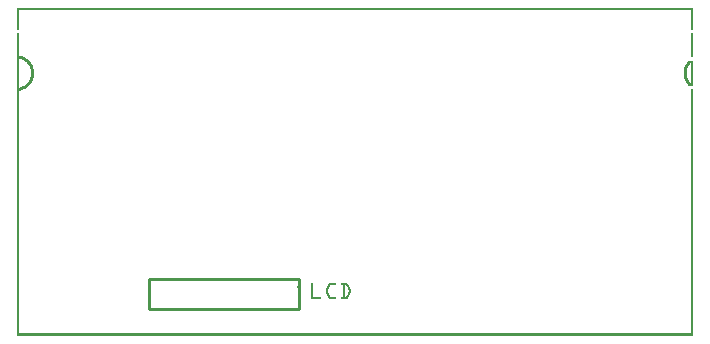
<source format=gto>
G04 MADE WITH FRITZING*
G04 WWW.FRITZING.ORG*
G04 DOUBLE SIDED*
G04 HOLES PLATED*
G04 CONTOUR ON CENTER OF CONTOUR VECTOR*
%ASAXBY*%
%FSLAX23Y23*%
%MOIN*%
%OFA0B0*%
%SFA1.0B1.0*%
%ADD10C,0.010000*%
%ADD11R,0.001000X0.001000*%
%LNSILK1*%
G90*
G70*
G54D10*
X940Y192D02*
X440Y192D01*
D02*
X440Y192D02*
X440Y92D01*
D02*
X440Y92D02*
X940Y92D01*
D02*
X940Y92D02*
X940Y192D01*
G54D11*
X0Y1095D02*
X2253Y1095D01*
X0Y1094D02*
X2253Y1094D01*
X0Y1093D02*
X2253Y1093D01*
X0Y1092D02*
X2253Y1092D01*
X0Y1091D02*
X2253Y1091D01*
X0Y1090D02*
X2253Y1090D01*
X0Y1089D02*
X2253Y1089D01*
X0Y1088D02*
X2253Y1088D01*
X0Y1087D02*
X7Y1087D01*
X2246Y1087D02*
X2253Y1087D01*
X0Y1086D02*
X7Y1086D01*
X2246Y1086D02*
X2253Y1086D01*
X0Y1085D02*
X7Y1085D01*
X2246Y1085D02*
X2253Y1085D01*
X0Y1084D02*
X7Y1084D01*
X2246Y1084D02*
X2253Y1084D01*
X0Y1083D02*
X7Y1083D01*
X2246Y1083D02*
X2253Y1083D01*
X0Y1082D02*
X7Y1082D01*
X2246Y1082D02*
X2253Y1082D01*
X0Y1081D02*
X7Y1081D01*
X2246Y1081D02*
X2253Y1081D01*
X0Y1080D02*
X7Y1080D01*
X2246Y1080D02*
X2253Y1080D01*
X0Y1079D02*
X7Y1079D01*
X2246Y1079D02*
X2253Y1079D01*
X0Y1078D02*
X7Y1078D01*
X2246Y1078D02*
X2253Y1078D01*
X0Y1077D02*
X7Y1077D01*
X2246Y1077D02*
X2253Y1077D01*
X0Y1076D02*
X7Y1076D01*
X2246Y1076D02*
X2253Y1076D01*
X0Y1075D02*
X7Y1075D01*
X2246Y1075D02*
X2253Y1075D01*
X0Y1074D02*
X7Y1074D01*
X2246Y1074D02*
X2253Y1074D01*
X0Y1073D02*
X7Y1073D01*
X2246Y1073D02*
X2253Y1073D01*
X0Y1072D02*
X7Y1072D01*
X2246Y1072D02*
X2253Y1072D01*
X0Y1071D02*
X7Y1071D01*
X2246Y1071D02*
X2253Y1071D01*
X0Y1070D02*
X7Y1070D01*
X2246Y1070D02*
X2253Y1070D01*
X0Y1069D02*
X7Y1069D01*
X2246Y1069D02*
X2253Y1069D01*
X0Y1068D02*
X7Y1068D01*
X2246Y1068D02*
X2253Y1068D01*
X0Y1067D02*
X7Y1067D01*
X2246Y1067D02*
X2253Y1067D01*
X0Y1066D02*
X7Y1066D01*
X2246Y1066D02*
X2253Y1066D01*
X0Y1065D02*
X7Y1065D01*
X2246Y1065D02*
X2253Y1065D01*
X0Y1064D02*
X7Y1064D01*
X2246Y1064D02*
X2253Y1064D01*
X0Y1063D02*
X7Y1063D01*
X2246Y1063D02*
X2253Y1063D01*
X0Y1062D02*
X7Y1062D01*
X2246Y1062D02*
X2253Y1062D01*
X0Y1061D02*
X7Y1061D01*
X2246Y1061D02*
X2253Y1061D01*
X0Y1060D02*
X7Y1060D01*
X2246Y1060D02*
X2253Y1060D01*
X0Y1059D02*
X7Y1059D01*
X2246Y1059D02*
X2253Y1059D01*
X0Y1058D02*
X7Y1058D01*
X2246Y1058D02*
X2253Y1058D01*
X0Y1057D02*
X7Y1057D01*
X2246Y1057D02*
X2253Y1057D01*
X0Y1056D02*
X7Y1056D01*
X2246Y1056D02*
X2253Y1056D01*
X0Y1055D02*
X7Y1055D01*
X2246Y1055D02*
X2253Y1055D01*
X0Y1054D02*
X7Y1054D01*
X2246Y1054D02*
X2253Y1054D01*
X0Y1053D02*
X7Y1053D01*
X2246Y1053D02*
X2253Y1053D01*
X0Y1052D02*
X7Y1052D01*
X2246Y1052D02*
X2253Y1052D01*
X0Y1051D02*
X7Y1051D01*
X2246Y1051D02*
X2253Y1051D01*
X0Y1050D02*
X7Y1050D01*
X2246Y1050D02*
X2253Y1050D01*
X0Y1049D02*
X7Y1049D01*
X2246Y1049D02*
X2253Y1049D01*
X0Y1048D02*
X7Y1048D01*
X2246Y1048D02*
X2253Y1048D01*
X0Y1047D02*
X7Y1047D01*
X2246Y1047D02*
X2253Y1047D01*
X0Y1046D02*
X7Y1046D01*
X2246Y1046D02*
X2253Y1046D01*
X0Y1045D02*
X7Y1045D01*
X2246Y1045D02*
X2253Y1045D01*
X0Y1044D02*
X7Y1044D01*
X2246Y1044D02*
X2253Y1044D01*
X0Y1043D02*
X7Y1043D01*
X2246Y1043D02*
X2253Y1043D01*
X0Y1042D02*
X7Y1042D01*
X2246Y1042D02*
X2253Y1042D01*
X0Y1041D02*
X7Y1041D01*
X2246Y1041D02*
X2253Y1041D01*
X0Y1040D02*
X7Y1040D01*
X2246Y1040D02*
X2253Y1040D01*
X0Y1039D02*
X7Y1039D01*
X2246Y1039D02*
X2253Y1039D01*
X0Y1038D02*
X7Y1038D01*
X2246Y1038D02*
X2253Y1038D01*
X0Y1037D02*
X7Y1037D01*
X2246Y1037D02*
X2253Y1037D01*
X0Y1036D02*
X7Y1036D01*
X2246Y1036D02*
X2253Y1036D01*
X0Y1035D02*
X7Y1035D01*
X2246Y1035D02*
X2253Y1035D01*
X0Y1034D02*
X7Y1034D01*
X2246Y1034D02*
X2253Y1034D01*
X0Y1033D02*
X7Y1033D01*
X2246Y1033D02*
X2253Y1033D01*
X0Y1032D02*
X7Y1032D01*
X2246Y1032D02*
X2253Y1032D01*
X0Y1031D02*
X7Y1031D01*
X2246Y1031D02*
X2253Y1031D01*
X0Y1030D02*
X7Y1030D01*
X2246Y1030D02*
X2253Y1030D01*
X0Y1029D02*
X7Y1029D01*
X2246Y1029D02*
X2253Y1029D01*
X0Y1028D02*
X7Y1028D01*
X2246Y1028D02*
X2253Y1028D01*
X0Y1027D02*
X7Y1027D01*
X2246Y1027D02*
X2253Y1027D01*
X0Y1026D02*
X7Y1026D01*
X2246Y1026D02*
X2253Y1026D01*
X0Y1025D02*
X7Y1025D01*
X2246Y1025D02*
X2253Y1025D01*
X0Y1024D02*
X7Y1024D01*
X2246Y1024D02*
X2253Y1024D01*
X0Y1023D02*
X7Y1023D01*
X2246Y1023D02*
X2253Y1023D01*
X0Y1022D02*
X7Y1022D01*
X2246Y1022D02*
X2253Y1022D01*
X0Y1021D02*
X7Y1021D01*
X2246Y1021D02*
X2253Y1021D01*
X0Y1020D02*
X7Y1020D01*
X2246Y1020D02*
X2253Y1020D01*
X0Y1009D02*
X7Y1009D01*
X2246Y1009D02*
X2253Y1009D01*
X0Y1008D02*
X7Y1008D01*
X2246Y1008D02*
X2253Y1008D01*
X0Y1007D02*
X7Y1007D01*
X2246Y1007D02*
X2253Y1007D01*
X0Y1006D02*
X7Y1006D01*
X2246Y1006D02*
X2253Y1006D01*
X0Y1005D02*
X7Y1005D01*
X2246Y1005D02*
X2253Y1005D01*
X0Y1004D02*
X7Y1004D01*
X2246Y1004D02*
X2253Y1004D01*
X0Y1003D02*
X7Y1003D01*
X2246Y1003D02*
X2253Y1003D01*
X0Y1002D02*
X7Y1002D01*
X2246Y1002D02*
X2253Y1002D01*
X0Y1001D02*
X7Y1001D01*
X2246Y1001D02*
X2253Y1001D01*
X0Y1000D02*
X7Y1000D01*
X2246Y1000D02*
X2253Y1000D01*
X0Y999D02*
X7Y999D01*
X2246Y999D02*
X2253Y999D01*
X0Y998D02*
X7Y998D01*
X2246Y998D02*
X2253Y998D01*
X0Y997D02*
X7Y997D01*
X2246Y997D02*
X2253Y997D01*
X0Y996D02*
X7Y996D01*
X2246Y996D02*
X2253Y996D01*
X0Y995D02*
X7Y995D01*
X2246Y995D02*
X2253Y995D01*
X0Y994D02*
X7Y994D01*
X2246Y994D02*
X2253Y994D01*
X0Y993D02*
X7Y993D01*
X2246Y993D02*
X2253Y993D01*
X0Y992D02*
X7Y992D01*
X2246Y992D02*
X2253Y992D01*
X0Y991D02*
X7Y991D01*
X2246Y991D02*
X2253Y991D01*
X0Y990D02*
X7Y990D01*
X2246Y990D02*
X2253Y990D01*
X0Y989D02*
X7Y989D01*
X2246Y989D02*
X2253Y989D01*
X0Y988D02*
X7Y988D01*
X2246Y988D02*
X2253Y988D01*
X0Y987D02*
X7Y987D01*
X2246Y987D02*
X2253Y987D01*
X0Y986D02*
X7Y986D01*
X2246Y986D02*
X2253Y986D01*
X0Y985D02*
X7Y985D01*
X2246Y985D02*
X2253Y985D01*
X0Y984D02*
X7Y984D01*
X2246Y984D02*
X2253Y984D01*
X0Y983D02*
X7Y983D01*
X2246Y983D02*
X2253Y983D01*
X0Y982D02*
X7Y982D01*
X2246Y982D02*
X2253Y982D01*
X0Y981D02*
X7Y981D01*
X2246Y981D02*
X2253Y981D01*
X0Y980D02*
X7Y980D01*
X2246Y980D02*
X2253Y980D01*
X0Y979D02*
X7Y979D01*
X2246Y979D02*
X2253Y979D01*
X0Y978D02*
X7Y978D01*
X2246Y978D02*
X2253Y978D01*
X0Y977D02*
X7Y977D01*
X2246Y977D02*
X2253Y977D01*
X0Y976D02*
X7Y976D01*
X2246Y976D02*
X2253Y976D01*
X0Y975D02*
X7Y975D01*
X2246Y975D02*
X2253Y975D01*
X0Y974D02*
X7Y974D01*
X2246Y974D02*
X2253Y974D01*
X0Y973D02*
X7Y973D01*
X2246Y973D02*
X2253Y973D01*
X0Y972D02*
X7Y972D01*
X2246Y972D02*
X2253Y972D01*
X0Y971D02*
X7Y971D01*
X2246Y971D02*
X2253Y971D01*
X0Y970D02*
X7Y970D01*
X2246Y970D02*
X2253Y970D01*
X0Y969D02*
X7Y969D01*
X2246Y969D02*
X2253Y969D01*
X0Y968D02*
X7Y968D01*
X2246Y968D02*
X2253Y968D01*
X0Y967D02*
X7Y967D01*
X2246Y967D02*
X2253Y967D01*
X0Y966D02*
X7Y966D01*
X2246Y966D02*
X2253Y966D01*
X0Y965D02*
X7Y965D01*
X2246Y965D02*
X2253Y965D01*
X0Y964D02*
X7Y964D01*
X2246Y964D02*
X2253Y964D01*
X0Y963D02*
X7Y963D01*
X2246Y963D02*
X2253Y963D01*
X0Y962D02*
X7Y962D01*
X2246Y962D02*
X2253Y962D01*
X0Y961D02*
X7Y961D01*
X2246Y961D02*
X2253Y961D01*
X0Y960D02*
X7Y960D01*
X2246Y960D02*
X2253Y960D01*
X0Y959D02*
X7Y959D01*
X2246Y959D02*
X2253Y959D01*
X0Y958D02*
X7Y958D01*
X2246Y958D02*
X2253Y958D01*
X0Y957D02*
X7Y957D01*
X2246Y957D02*
X2253Y957D01*
X0Y956D02*
X7Y956D01*
X2246Y956D02*
X2253Y956D01*
X0Y955D02*
X7Y955D01*
X2246Y955D02*
X2253Y955D01*
X0Y954D02*
X7Y954D01*
X2246Y954D02*
X2253Y954D01*
X0Y953D02*
X7Y953D01*
X2246Y953D02*
X2253Y953D01*
X0Y952D02*
X7Y952D01*
X2246Y952D02*
X2253Y952D01*
X0Y951D02*
X7Y951D01*
X2246Y951D02*
X2253Y951D01*
X0Y950D02*
X7Y950D01*
X2246Y950D02*
X2253Y950D01*
X0Y949D02*
X7Y949D01*
X2246Y949D02*
X2253Y949D01*
X0Y948D02*
X7Y948D01*
X2246Y948D02*
X2253Y948D01*
X0Y947D02*
X7Y947D01*
X2246Y947D02*
X2253Y947D01*
X0Y946D02*
X7Y946D01*
X2246Y946D02*
X2253Y946D01*
X0Y945D02*
X7Y945D01*
X2246Y945D02*
X2253Y945D01*
X0Y944D02*
X7Y944D01*
X2246Y944D02*
X2253Y944D01*
X0Y943D02*
X7Y943D01*
X2246Y943D02*
X2253Y943D01*
X0Y942D02*
X7Y942D01*
X2246Y942D02*
X2253Y942D01*
X0Y941D02*
X7Y941D01*
X2246Y941D02*
X2253Y941D01*
X0Y940D02*
X7Y940D01*
X2246Y940D02*
X2253Y940D01*
X0Y939D02*
X7Y939D01*
X2246Y939D02*
X2253Y939D01*
X0Y938D02*
X7Y938D01*
X2246Y938D02*
X2253Y938D01*
X0Y937D02*
X7Y937D01*
X2246Y937D02*
X2253Y937D01*
X0Y936D02*
X7Y936D01*
X2246Y936D02*
X2253Y936D01*
X0Y935D02*
X7Y935D01*
X2246Y935D02*
X2253Y935D01*
X0Y934D02*
X12Y934D01*
X2246Y934D02*
X2253Y934D01*
X0Y933D02*
X15Y933D01*
X2246Y933D02*
X2253Y933D01*
X0Y932D02*
X18Y932D01*
X2246Y932D02*
X2253Y932D01*
X0Y931D02*
X21Y931D01*
X2246Y931D02*
X2253Y931D01*
X0Y930D02*
X23Y930D01*
X2246Y930D02*
X2253Y930D01*
X0Y929D02*
X25Y929D01*
X0Y928D02*
X27Y928D01*
X0Y927D02*
X28Y927D01*
X0Y926D02*
X30Y926D01*
X0Y925D02*
X31Y925D01*
X0Y924D02*
X7Y924D01*
X11Y924D02*
X33Y924D01*
X0Y923D02*
X7Y923D01*
X14Y923D02*
X34Y923D01*
X0Y922D02*
X7Y922D01*
X17Y922D02*
X35Y922D01*
X0Y921D02*
X7Y921D01*
X19Y921D02*
X37Y921D01*
X0Y920D02*
X7Y920D01*
X21Y920D02*
X38Y920D01*
X0Y919D02*
X7Y919D01*
X23Y919D02*
X39Y919D01*
X0Y918D02*
X7Y918D01*
X24Y918D02*
X40Y918D01*
X2239Y918D02*
X2254Y918D01*
X0Y917D02*
X7Y917D01*
X26Y917D02*
X41Y917D01*
X2238Y917D02*
X2253Y917D01*
X0Y916D02*
X7Y916D01*
X27Y916D02*
X42Y916D01*
X2237Y916D02*
X2253Y916D01*
X0Y915D02*
X7Y915D01*
X29Y915D02*
X42Y915D01*
X2236Y915D02*
X2253Y915D01*
X0Y914D02*
X7Y914D01*
X30Y914D02*
X43Y914D01*
X2235Y914D02*
X2253Y914D01*
X0Y913D02*
X7Y913D01*
X31Y913D02*
X44Y913D01*
X2235Y913D02*
X2253Y913D01*
X0Y912D02*
X7Y912D01*
X32Y912D02*
X45Y912D01*
X2234Y912D02*
X2253Y912D01*
X0Y911D02*
X7Y911D01*
X33Y911D02*
X46Y911D01*
X2233Y911D02*
X2253Y911D01*
X0Y910D02*
X7Y910D01*
X34Y910D02*
X46Y910D01*
X2232Y910D02*
X2253Y910D01*
X0Y909D02*
X7Y909D01*
X35Y909D02*
X47Y909D01*
X2232Y909D02*
X2244Y909D01*
X2246Y909D02*
X2253Y909D01*
X0Y908D02*
X7Y908D01*
X36Y908D02*
X47Y908D01*
X2231Y908D02*
X2243Y908D01*
X2246Y908D02*
X2253Y908D01*
X0Y907D02*
X7Y907D01*
X37Y907D02*
X48Y907D01*
X2231Y907D02*
X2242Y907D01*
X2246Y907D02*
X2253Y907D01*
X0Y906D02*
X7Y906D01*
X37Y906D02*
X49Y906D01*
X2230Y906D02*
X2241Y906D01*
X2246Y906D02*
X2253Y906D01*
X0Y905D02*
X7Y905D01*
X38Y905D02*
X49Y905D01*
X2229Y905D02*
X2241Y905D01*
X2246Y905D02*
X2253Y905D01*
X0Y904D02*
X7Y904D01*
X39Y904D02*
X50Y904D01*
X2229Y904D02*
X2240Y904D01*
X2246Y904D02*
X2253Y904D01*
X0Y903D02*
X7Y903D01*
X40Y903D02*
X50Y903D01*
X2228Y903D02*
X2239Y903D01*
X2246Y903D02*
X2253Y903D01*
X0Y902D02*
X7Y902D01*
X40Y902D02*
X51Y902D01*
X2228Y902D02*
X2239Y902D01*
X2246Y902D02*
X2253Y902D01*
X0Y901D02*
X7Y901D01*
X41Y901D02*
X51Y901D01*
X2227Y901D02*
X2238Y901D01*
X2246Y901D02*
X2253Y901D01*
X0Y900D02*
X7Y900D01*
X41Y900D02*
X52Y900D01*
X2227Y900D02*
X2237Y900D01*
X2246Y900D02*
X2253Y900D01*
X0Y899D02*
X7Y899D01*
X42Y899D02*
X52Y899D01*
X2227Y899D02*
X2237Y899D01*
X2246Y899D02*
X2253Y899D01*
X0Y898D02*
X7Y898D01*
X42Y898D02*
X52Y898D01*
X2226Y898D02*
X2236Y898D01*
X2246Y898D02*
X2253Y898D01*
X0Y897D02*
X7Y897D01*
X43Y897D02*
X53Y897D01*
X2226Y897D02*
X2236Y897D01*
X2246Y897D02*
X2253Y897D01*
X0Y896D02*
X7Y896D01*
X43Y896D02*
X53Y896D01*
X2225Y896D02*
X2235Y896D01*
X2246Y896D02*
X2253Y896D01*
X0Y895D02*
X7Y895D01*
X44Y895D02*
X54Y895D01*
X2225Y895D02*
X2235Y895D01*
X2246Y895D02*
X2253Y895D01*
X0Y894D02*
X7Y894D01*
X44Y894D02*
X54Y894D01*
X2225Y894D02*
X2235Y894D01*
X2246Y894D02*
X2253Y894D01*
X0Y893D02*
X7Y893D01*
X44Y893D02*
X54Y893D01*
X2224Y893D02*
X2234Y893D01*
X2246Y893D02*
X2253Y893D01*
X0Y892D02*
X7Y892D01*
X45Y892D02*
X54Y892D01*
X2224Y892D02*
X2234Y892D01*
X2246Y892D02*
X2253Y892D01*
X0Y891D02*
X7Y891D01*
X45Y891D02*
X55Y891D01*
X2224Y891D02*
X2234Y891D01*
X2246Y891D02*
X2253Y891D01*
X0Y890D02*
X7Y890D01*
X45Y890D02*
X55Y890D01*
X2224Y890D02*
X2233Y890D01*
X2246Y890D02*
X2253Y890D01*
X0Y889D02*
X7Y889D01*
X46Y889D02*
X55Y889D01*
X2223Y889D02*
X2233Y889D01*
X2246Y889D02*
X2253Y889D01*
X0Y888D02*
X7Y888D01*
X46Y888D02*
X55Y888D01*
X2223Y888D02*
X2233Y888D01*
X2246Y888D02*
X2253Y888D01*
X0Y887D02*
X7Y887D01*
X46Y887D02*
X56Y887D01*
X2223Y887D02*
X2233Y887D01*
X2246Y887D02*
X2253Y887D01*
X0Y886D02*
X7Y886D01*
X46Y886D02*
X56Y886D01*
X2223Y886D02*
X2232Y886D01*
X2246Y886D02*
X2253Y886D01*
X0Y885D02*
X7Y885D01*
X46Y885D02*
X56Y885D01*
X2223Y885D02*
X2232Y885D01*
X2246Y885D02*
X2253Y885D01*
X0Y884D02*
X7Y884D01*
X47Y884D02*
X56Y884D01*
X2223Y884D02*
X2232Y884D01*
X2246Y884D02*
X2253Y884D01*
X0Y883D02*
X7Y883D01*
X47Y883D02*
X56Y883D01*
X2222Y883D02*
X2232Y883D01*
X2246Y883D02*
X2253Y883D01*
X0Y882D02*
X7Y882D01*
X47Y882D02*
X56Y882D01*
X2222Y882D02*
X2232Y882D01*
X2246Y882D02*
X2253Y882D01*
X0Y881D02*
X7Y881D01*
X47Y881D02*
X56Y881D01*
X2222Y881D02*
X2232Y881D01*
X2246Y881D02*
X2253Y881D01*
X0Y880D02*
X7Y880D01*
X47Y880D02*
X56Y880D01*
X2222Y880D02*
X2232Y880D01*
X2246Y880D02*
X2253Y880D01*
X0Y879D02*
X7Y879D01*
X47Y879D02*
X56Y879D01*
X2222Y879D02*
X2232Y879D01*
X2246Y879D02*
X2253Y879D01*
X0Y878D02*
X7Y878D01*
X47Y878D02*
X57Y878D01*
X2222Y878D02*
X2232Y878D01*
X2246Y878D02*
X2253Y878D01*
X0Y877D02*
X7Y877D01*
X47Y877D02*
X57Y877D01*
X2222Y877D02*
X2231Y877D01*
X2246Y877D02*
X2253Y877D01*
X0Y876D02*
X7Y876D01*
X47Y876D02*
X57Y876D01*
X2222Y876D02*
X2232Y876D01*
X2246Y876D02*
X2253Y876D01*
X0Y875D02*
X7Y875D01*
X47Y875D02*
X57Y875D01*
X2222Y875D02*
X2232Y875D01*
X2246Y875D02*
X2253Y875D01*
X0Y874D02*
X7Y874D01*
X47Y874D02*
X56Y874D01*
X2222Y874D02*
X2232Y874D01*
X2246Y874D02*
X2253Y874D01*
X0Y873D02*
X7Y873D01*
X47Y873D02*
X56Y873D01*
X2222Y873D02*
X2232Y873D01*
X2246Y873D02*
X2253Y873D01*
X0Y872D02*
X7Y872D01*
X47Y872D02*
X56Y872D01*
X2222Y872D02*
X2232Y872D01*
X2246Y872D02*
X2253Y872D01*
X0Y871D02*
X7Y871D01*
X47Y871D02*
X56Y871D01*
X2222Y871D02*
X2232Y871D01*
X2246Y871D02*
X2253Y871D01*
X0Y870D02*
X7Y870D01*
X47Y870D02*
X56Y870D01*
X2222Y870D02*
X2232Y870D01*
X2246Y870D02*
X2253Y870D01*
X0Y869D02*
X7Y869D01*
X47Y869D02*
X56Y869D01*
X2223Y869D02*
X2232Y869D01*
X2246Y869D02*
X2253Y869D01*
X0Y868D02*
X7Y868D01*
X46Y868D02*
X56Y868D01*
X2223Y868D02*
X2232Y868D01*
X2246Y868D02*
X2253Y868D01*
X0Y867D02*
X7Y867D01*
X46Y867D02*
X56Y867D01*
X2223Y867D02*
X2232Y867D01*
X2246Y867D02*
X2253Y867D01*
X0Y866D02*
X7Y866D01*
X46Y866D02*
X56Y866D01*
X2223Y866D02*
X2233Y866D01*
X2246Y866D02*
X2253Y866D01*
X0Y865D02*
X7Y865D01*
X46Y865D02*
X55Y865D01*
X2223Y865D02*
X2233Y865D01*
X2246Y865D02*
X2253Y865D01*
X0Y864D02*
X7Y864D01*
X46Y864D02*
X55Y864D01*
X2224Y864D02*
X2233Y864D01*
X2246Y864D02*
X2253Y864D01*
X0Y863D02*
X7Y863D01*
X45Y863D02*
X55Y863D01*
X2224Y863D02*
X2233Y863D01*
X2246Y863D02*
X2253Y863D01*
X0Y862D02*
X7Y862D01*
X45Y862D02*
X55Y862D01*
X2224Y862D02*
X2234Y862D01*
X2246Y862D02*
X2253Y862D01*
X0Y861D02*
X7Y861D01*
X45Y861D02*
X54Y861D01*
X2224Y861D02*
X2234Y861D01*
X2246Y861D02*
X2253Y861D01*
X0Y860D02*
X7Y860D01*
X44Y860D02*
X54Y860D01*
X2225Y860D02*
X2234Y860D01*
X2246Y860D02*
X2253Y860D01*
X0Y859D02*
X7Y859D01*
X44Y859D02*
X54Y859D01*
X2225Y859D02*
X2235Y859D01*
X2246Y859D02*
X2253Y859D01*
X0Y858D02*
X7Y858D01*
X44Y858D02*
X53Y858D01*
X2225Y858D02*
X2235Y858D01*
X2246Y858D02*
X2253Y858D01*
X0Y857D02*
X7Y857D01*
X43Y857D02*
X53Y857D01*
X2226Y857D02*
X2235Y857D01*
X2246Y857D02*
X2253Y857D01*
X0Y856D02*
X7Y856D01*
X43Y856D02*
X53Y856D01*
X2226Y856D02*
X2236Y856D01*
X2246Y856D02*
X2253Y856D01*
X0Y855D02*
X7Y855D01*
X42Y855D02*
X52Y855D01*
X2226Y855D02*
X2236Y855D01*
X2246Y855D02*
X2253Y855D01*
X0Y854D02*
X7Y854D01*
X42Y854D02*
X52Y854D01*
X2227Y854D02*
X2237Y854D01*
X2246Y854D02*
X2253Y854D01*
X0Y853D02*
X7Y853D01*
X41Y853D02*
X52Y853D01*
X2227Y853D02*
X2237Y853D01*
X2246Y853D02*
X2253Y853D01*
X0Y852D02*
X7Y852D01*
X41Y852D02*
X51Y852D01*
X2228Y852D02*
X2238Y852D01*
X2246Y852D02*
X2253Y852D01*
X0Y851D02*
X7Y851D01*
X40Y851D02*
X51Y851D01*
X2228Y851D02*
X2239Y851D01*
X2246Y851D02*
X2253Y851D01*
X0Y850D02*
X7Y850D01*
X39Y850D02*
X50Y850D01*
X2229Y850D02*
X2239Y850D01*
X2246Y850D02*
X2253Y850D01*
X0Y849D02*
X7Y849D01*
X39Y849D02*
X50Y849D01*
X2229Y849D02*
X2240Y849D01*
X2246Y849D02*
X2253Y849D01*
X0Y848D02*
X7Y848D01*
X38Y848D02*
X49Y848D01*
X2230Y848D02*
X2241Y848D01*
X2246Y848D02*
X2253Y848D01*
X0Y847D02*
X7Y847D01*
X37Y847D02*
X49Y847D01*
X2230Y847D02*
X2242Y847D01*
X2246Y847D02*
X2253Y847D01*
X0Y846D02*
X7Y846D01*
X36Y846D02*
X48Y846D01*
X2231Y846D02*
X2242Y846D01*
X2246Y846D02*
X2253Y846D01*
X0Y845D02*
X7Y845D01*
X36Y845D02*
X47Y845D01*
X2231Y845D02*
X2243Y845D01*
X2246Y845D02*
X2253Y845D01*
X0Y844D02*
X7Y844D01*
X35Y844D02*
X47Y844D01*
X2232Y844D02*
X2244Y844D01*
X2246Y844D02*
X2253Y844D01*
X0Y843D02*
X7Y843D01*
X34Y843D02*
X46Y843D01*
X2233Y843D02*
X2253Y843D01*
X0Y842D02*
X7Y842D01*
X33Y842D02*
X45Y842D01*
X2233Y842D02*
X2253Y842D01*
X0Y841D02*
X7Y841D01*
X32Y841D02*
X45Y841D01*
X2234Y841D02*
X2253Y841D01*
X0Y840D02*
X7Y840D01*
X31Y840D02*
X44Y840D01*
X2235Y840D02*
X2253Y840D01*
X0Y839D02*
X7Y839D01*
X29Y839D02*
X43Y839D01*
X2236Y839D02*
X2253Y839D01*
X0Y838D02*
X7Y838D01*
X28Y838D02*
X42Y838D01*
X2236Y838D02*
X2253Y838D01*
X0Y837D02*
X7Y837D01*
X27Y837D02*
X41Y837D01*
X2237Y837D02*
X2253Y837D01*
X0Y836D02*
X7Y836D01*
X26Y836D02*
X40Y836D01*
X2238Y836D02*
X2253Y836D01*
X0Y835D02*
X7Y835D01*
X24Y835D02*
X39Y835D01*
X0Y834D02*
X7Y834D01*
X22Y834D02*
X38Y834D01*
X0Y833D02*
X7Y833D01*
X20Y833D02*
X37Y833D01*
X0Y832D02*
X7Y832D01*
X18Y832D02*
X36Y832D01*
X0Y831D02*
X7Y831D01*
X16Y831D02*
X35Y831D01*
X0Y830D02*
X7Y830D01*
X13Y830D02*
X34Y830D01*
X0Y829D02*
X7Y829D01*
X9Y829D02*
X32Y829D01*
X0Y828D02*
X31Y828D01*
X0Y827D02*
X30Y827D01*
X0Y826D02*
X28Y826D01*
X0Y825D02*
X26Y825D01*
X0Y824D02*
X24Y824D01*
X0Y823D02*
X22Y823D01*
X2246Y823D02*
X2253Y823D01*
X0Y822D02*
X20Y822D01*
X2246Y822D02*
X2253Y822D01*
X0Y821D02*
X17Y821D01*
X2246Y821D02*
X2253Y821D01*
X0Y820D02*
X14Y820D01*
X2246Y820D02*
X2253Y820D01*
X0Y819D02*
X11Y819D01*
X2246Y819D02*
X2253Y819D01*
X0Y818D02*
X7Y818D01*
X2246Y818D02*
X2253Y818D01*
X0Y817D02*
X7Y817D01*
X2246Y817D02*
X2253Y817D01*
X0Y816D02*
X7Y816D01*
X2246Y816D02*
X2253Y816D01*
X0Y815D02*
X7Y815D01*
X2246Y815D02*
X2253Y815D01*
X0Y814D02*
X7Y814D01*
X2246Y814D02*
X2253Y814D01*
X0Y813D02*
X7Y813D01*
X2246Y813D02*
X2253Y813D01*
X0Y812D02*
X7Y812D01*
X2246Y812D02*
X2253Y812D01*
X0Y811D02*
X7Y811D01*
X2246Y811D02*
X2253Y811D01*
X0Y810D02*
X7Y810D01*
X2246Y810D02*
X2253Y810D01*
X0Y809D02*
X7Y809D01*
X2246Y809D02*
X2253Y809D01*
X0Y808D02*
X7Y808D01*
X2246Y808D02*
X2253Y808D01*
X0Y807D02*
X7Y807D01*
X2246Y807D02*
X2253Y807D01*
X0Y806D02*
X7Y806D01*
X2246Y806D02*
X2253Y806D01*
X0Y805D02*
X7Y805D01*
X2246Y805D02*
X2253Y805D01*
X0Y804D02*
X7Y804D01*
X2246Y804D02*
X2253Y804D01*
X0Y803D02*
X7Y803D01*
X2246Y803D02*
X2253Y803D01*
X0Y802D02*
X7Y802D01*
X2246Y802D02*
X2253Y802D01*
X0Y801D02*
X7Y801D01*
X2246Y801D02*
X2253Y801D01*
X0Y800D02*
X7Y800D01*
X2246Y800D02*
X2253Y800D01*
X0Y799D02*
X7Y799D01*
X2246Y799D02*
X2253Y799D01*
X0Y798D02*
X7Y798D01*
X2246Y798D02*
X2253Y798D01*
X0Y797D02*
X7Y797D01*
X2246Y797D02*
X2253Y797D01*
X0Y796D02*
X7Y796D01*
X2246Y796D02*
X2253Y796D01*
X0Y795D02*
X7Y795D01*
X2246Y795D02*
X2253Y795D01*
X0Y794D02*
X7Y794D01*
X2246Y794D02*
X2253Y794D01*
X0Y793D02*
X7Y793D01*
X2246Y793D02*
X2253Y793D01*
X0Y792D02*
X7Y792D01*
X2246Y792D02*
X2253Y792D01*
X0Y791D02*
X7Y791D01*
X2246Y791D02*
X2253Y791D01*
X0Y790D02*
X7Y790D01*
X2246Y790D02*
X2253Y790D01*
X0Y789D02*
X7Y789D01*
X2246Y789D02*
X2253Y789D01*
X0Y788D02*
X7Y788D01*
X2246Y788D02*
X2253Y788D01*
X0Y787D02*
X7Y787D01*
X2246Y787D02*
X2253Y787D01*
X0Y786D02*
X7Y786D01*
X2246Y786D02*
X2253Y786D01*
X0Y785D02*
X7Y785D01*
X2246Y785D02*
X2253Y785D01*
X0Y784D02*
X7Y784D01*
X2246Y784D02*
X2253Y784D01*
X0Y783D02*
X7Y783D01*
X2246Y783D02*
X2253Y783D01*
X0Y782D02*
X7Y782D01*
X2246Y782D02*
X2253Y782D01*
X0Y781D02*
X7Y781D01*
X2246Y781D02*
X2253Y781D01*
X0Y780D02*
X7Y780D01*
X2246Y780D02*
X2253Y780D01*
X0Y779D02*
X7Y779D01*
X2246Y779D02*
X2253Y779D01*
X0Y778D02*
X7Y778D01*
X2246Y778D02*
X2253Y778D01*
X0Y777D02*
X7Y777D01*
X2246Y777D02*
X2253Y777D01*
X0Y776D02*
X7Y776D01*
X2246Y776D02*
X2253Y776D01*
X0Y775D02*
X7Y775D01*
X2246Y775D02*
X2253Y775D01*
X0Y774D02*
X7Y774D01*
X2246Y774D02*
X2253Y774D01*
X0Y773D02*
X7Y773D01*
X2246Y773D02*
X2253Y773D01*
X0Y772D02*
X7Y772D01*
X2246Y772D02*
X2253Y772D01*
X0Y771D02*
X7Y771D01*
X2246Y771D02*
X2253Y771D01*
X0Y770D02*
X7Y770D01*
X2246Y770D02*
X2253Y770D01*
X0Y769D02*
X7Y769D01*
X2246Y769D02*
X2253Y769D01*
X0Y768D02*
X7Y768D01*
X2246Y768D02*
X2253Y768D01*
X0Y767D02*
X7Y767D01*
X2246Y767D02*
X2253Y767D01*
X0Y766D02*
X7Y766D01*
X2246Y766D02*
X2253Y766D01*
X0Y765D02*
X7Y765D01*
X2246Y765D02*
X2253Y765D01*
X0Y764D02*
X7Y764D01*
X2246Y764D02*
X2253Y764D01*
X0Y763D02*
X7Y763D01*
X2246Y763D02*
X2253Y763D01*
X0Y762D02*
X7Y762D01*
X2246Y762D02*
X2253Y762D01*
X0Y761D02*
X7Y761D01*
X2246Y761D02*
X2253Y761D01*
X0Y760D02*
X7Y760D01*
X2246Y760D02*
X2253Y760D01*
X0Y759D02*
X7Y759D01*
X2246Y759D02*
X2253Y759D01*
X0Y758D02*
X7Y758D01*
X2246Y758D02*
X2253Y758D01*
X0Y757D02*
X7Y757D01*
X2246Y757D02*
X2253Y757D01*
X0Y756D02*
X7Y756D01*
X2246Y756D02*
X2253Y756D01*
X0Y755D02*
X7Y755D01*
X2246Y755D02*
X2253Y755D01*
X0Y754D02*
X7Y754D01*
X2246Y754D02*
X2253Y754D01*
X0Y753D02*
X7Y753D01*
X2246Y753D02*
X2253Y753D01*
X0Y752D02*
X7Y752D01*
X2246Y752D02*
X2253Y752D01*
X0Y751D02*
X7Y751D01*
X2246Y751D02*
X2253Y751D01*
X0Y750D02*
X7Y750D01*
X2246Y750D02*
X2253Y750D01*
X0Y749D02*
X7Y749D01*
X2246Y749D02*
X2253Y749D01*
X0Y748D02*
X7Y748D01*
X2246Y748D02*
X2253Y748D01*
X0Y747D02*
X7Y747D01*
X2246Y747D02*
X2253Y747D01*
X0Y746D02*
X7Y746D01*
X2246Y746D02*
X2253Y746D01*
X0Y745D02*
X7Y745D01*
X2246Y745D02*
X2253Y745D01*
X0Y744D02*
X7Y744D01*
X2246Y744D02*
X2253Y744D01*
X0Y743D02*
X7Y743D01*
X2246Y743D02*
X2253Y743D01*
X0Y742D02*
X7Y742D01*
X2246Y742D02*
X2253Y742D01*
X0Y741D02*
X7Y741D01*
X2246Y741D02*
X2253Y741D01*
X0Y740D02*
X7Y740D01*
X2246Y740D02*
X2253Y740D01*
X0Y739D02*
X7Y739D01*
X2246Y739D02*
X2253Y739D01*
X0Y738D02*
X7Y738D01*
X2246Y738D02*
X2253Y738D01*
X0Y737D02*
X7Y737D01*
X2246Y737D02*
X2253Y737D01*
X0Y736D02*
X7Y736D01*
X2246Y736D02*
X2253Y736D01*
X0Y735D02*
X7Y735D01*
X2246Y735D02*
X2253Y735D01*
X0Y734D02*
X7Y734D01*
X2246Y734D02*
X2253Y734D01*
X0Y733D02*
X7Y733D01*
X2246Y733D02*
X2253Y733D01*
X0Y732D02*
X7Y732D01*
X2246Y732D02*
X2253Y732D01*
X0Y731D02*
X7Y731D01*
X2246Y731D02*
X2253Y731D01*
X0Y730D02*
X7Y730D01*
X2246Y730D02*
X2253Y730D01*
X0Y729D02*
X7Y729D01*
X2246Y729D02*
X2253Y729D01*
X0Y728D02*
X7Y728D01*
X2246Y728D02*
X2253Y728D01*
X0Y727D02*
X7Y727D01*
X2246Y727D02*
X2253Y727D01*
X0Y726D02*
X7Y726D01*
X2246Y726D02*
X2253Y726D01*
X0Y725D02*
X7Y725D01*
X2246Y725D02*
X2253Y725D01*
X0Y724D02*
X7Y724D01*
X2246Y724D02*
X2253Y724D01*
X0Y723D02*
X7Y723D01*
X2246Y723D02*
X2253Y723D01*
X0Y722D02*
X7Y722D01*
X2246Y722D02*
X2253Y722D01*
X0Y721D02*
X7Y721D01*
X2246Y721D02*
X2253Y721D01*
X0Y720D02*
X7Y720D01*
X2246Y720D02*
X2253Y720D01*
X0Y719D02*
X7Y719D01*
X2246Y719D02*
X2253Y719D01*
X0Y718D02*
X7Y718D01*
X2246Y718D02*
X2253Y718D01*
X0Y717D02*
X7Y717D01*
X2246Y717D02*
X2253Y717D01*
X0Y716D02*
X7Y716D01*
X2246Y716D02*
X2253Y716D01*
X0Y715D02*
X7Y715D01*
X2246Y715D02*
X2253Y715D01*
X0Y714D02*
X7Y714D01*
X2246Y714D02*
X2253Y714D01*
X0Y713D02*
X7Y713D01*
X2246Y713D02*
X2253Y713D01*
X0Y712D02*
X7Y712D01*
X2246Y712D02*
X2253Y712D01*
X0Y711D02*
X7Y711D01*
X2246Y711D02*
X2253Y711D01*
X0Y710D02*
X7Y710D01*
X2246Y710D02*
X2253Y710D01*
X0Y709D02*
X7Y709D01*
X2246Y709D02*
X2253Y709D01*
X0Y708D02*
X7Y708D01*
X2246Y708D02*
X2253Y708D01*
X0Y707D02*
X7Y707D01*
X2246Y707D02*
X2253Y707D01*
X0Y706D02*
X7Y706D01*
X2246Y706D02*
X2253Y706D01*
X0Y705D02*
X7Y705D01*
X2246Y705D02*
X2253Y705D01*
X0Y704D02*
X7Y704D01*
X2246Y704D02*
X2253Y704D01*
X0Y703D02*
X7Y703D01*
X2246Y703D02*
X2253Y703D01*
X0Y702D02*
X7Y702D01*
X2246Y702D02*
X2253Y702D01*
X0Y701D02*
X7Y701D01*
X2246Y701D02*
X2253Y701D01*
X0Y700D02*
X7Y700D01*
X2246Y700D02*
X2253Y700D01*
X0Y699D02*
X7Y699D01*
X2246Y699D02*
X2253Y699D01*
X0Y698D02*
X7Y698D01*
X2246Y698D02*
X2253Y698D01*
X0Y697D02*
X7Y697D01*
X2246Y697D02*
X2253Y697D01*
X0Y696D02*
X7Y696D01*
X2246Y696D02*
X2253Y696D01*
X0Y695D02*
X7Y695D01*
X2246Y695D02*
X2253Y695D01*
X0Y694D02*
X7Y694D01*
X2246Y694D02*
X2253Y694D01*
X0Y693D02*
X7Y693D01*
X2246Y693D02*
X2253Y693D01*
X0Y692D02*
X7Y692D01*
X2246Y692D02*
X2253Y692D01*
X0Y691D02*
X7Y691D01*
X2246Y691D02*
X2253Y691D01*
X0Y690D02*
X7Y690D01*
X2246Y690D02*
X2253Y690D01*
X0Y689D02*
X7Y689D01*
X2246Y689D02*
X2253Y689D01*
X0Y688D02*
X7Y688D01*
X2246Y688D02*
X2253Y688D01*
X0Y687D02*
X7Y687D01*
X2246Y687D02*
X2253Y687D01*
X0Y686D02*
X7Y686D01*
X2246Y686D02*
X2253Y686D01*
X0Y685D02*
X7Y685D01*
X2246Y685D02*
X2253Y685D01*
X0Y684D02*
X7Y684D01*
X2246Y684D02*
X2253Y684D01*
X0Y683D02*
X7Y683D01*
X2246Y683D02*
X2253Y683D01*
X0Y682D02*
X7Y682D01*
X2246Y682D02*
X2253Y682D01*
X0Y681D02*
X7Y681D01*
X2246Y681D02*
X2253Y681D01*
X0Y680D02*
X7Y680D01*
X2246Y680D02*
X2253Y680D01*
X0Y679D02*
X7Y679D01*
X2246Y679D02*
X2253Y679D01*
X0Y678D02*
X7Y678D01*
X2246Y678D02*
X2253Y678D01*
X0Y677D02*
X7Y677D01*
X2246Y677D02*
X2253Y677D01*
X0Y676D02*
X7Y676D01*
X2246Y676D02*
X2253Y676D01*
X0Y675D02*
X7Y675D01*
X2246Y675D02*
X2253Y675D01*
X0Y674D02*
X7Y674D01*
X2246Y674D02*
X2253Y674D01*
X0Y673D02*
X7Y673D01*
X2246Y673D02*
X2253Y673D01*
X0Y672D02*
X7Y672D01*
X2246Y672D02*
X2253Y672D01*
X0Y671D02*
X7Y671D01*
X2246Y671D02*
X2253Y671D01*
X0Y670D02*
X7Y670D01*
X2246Y670D02*
X2253Y670D01*
X0Y669D02*
X7Y669D01*
X2246Y669D02*
X2253Y669D01*
X0Y668D02*
X7Y668D01*
X2246Y668D02*
X2253Y668D01*
X0Y667D02*
X7Y667D01*
X2246Y667D02*
X2253Y667D01*
X0Y666D02*
X7Y666D01*
X2246Y666D02*
X2253Y666D01*
X0Y665D02*
X7Y665D01*
X2246Y665D02*
X2253Y665D01*
X0Y664D02*
X7Y664D01*
X2246Y664D02*
X2253Y664D01*
X0Y663D02*
X7Y663D01*
X2246Y663D02*
X2253Y663D01*
X0Y662D02*
X7Y662D01*
X2246Y662D02*
X2253Y662D01*
X0Y661D02*
X7Y661D01*
X2246Y661D02*
X2253Y661D01*
X0Y660D02*
X7Y660D01*
X2246Y660D02*
X2253Y660D01*
X0Y659D02*
X7Y659D01*
X2246Y659D02*
X2253Y659D01*
X0Y658D02*
X7Y658D01*
X2246Y658D02*
X2253Y658D01*
X0Y657D02*
X7Y657D01*
X2246Y657D02*
X2253Y657D01*
X0Y656D02*
X7Y656D01*
X2246Y656D02*
X2253Y656D01*
X0Y655D02*
X7Y655D01*
X2246Y655D02*
X2253Y655D01*
X0Y654D02*
X7Y654D01*
X2246Y654D02*
X2253Y654D01*
X0Y653D02*
X7Y653D01*
X2246Y653D02*
X2253Y653D01*
X0Y652D02*
X7Y652D01*
X2246Y652D02*
X2253Y652D01*
X0Y651D02*
X7Y651D01*
X2246Y651D02*
X2253Y651D01*
X0Y650D02*
X7Y650D01*
X2246Y650D02*
X2253Y650D01*
X0Y649D02*
X7Y649D01*
X2246Y649D02*
X2253Y649D01*
X0Y648D02*
X7Y648D01*
X2246Y648D02*
X2253Y648D01*
X0Y647D02*
X7Y647D01*
X2246Y647D02*
X2253Y647D01*
X0Y646D02*
X7Y646D01*
X2246Y646D02*
X2253Y646D01*
X0Y645D02*
X7Y645D01*
X2246Y645D02*
X2253Y645D01*
X0Y644D02*
X7Y644D01*
X2246Y644D02*
X2253Y644D01*
X0Y643D02*
X7Y643D01*
X2246Y643D02*
X2253Y643D01*
X0Y642D02*
X7Y642D01*
X2246Y642D02*
X2253Y642D01*
X0Y641D02*
X7Y641D01*
X2246Y641D02*
X2253Y641D01*
X0Y640D02*
X7Y640D01*
X2246Y640D02*
X2253Y640D01*
X0Y639D02*
X7Y639D01*
X2246Y639D02*
X2253Y639D01*
X0Y638D02*
X7Y638D01*
X2246Y638D02*
X2253Y638D01*
X0Y637D02*
X7Y637D01*
X2246Y637D02*
X2253Y637D01*
X0Y636D02*
X7Y636D01*
X2246Y636D02*
X2253Y636D01*
X0Y635D02*
X7Y635D01*
X2246Y635D02*
X2253Y635D01*
X0Y634D02*
X7Y634D01*
X2246Y634D02*
X2253Y634D01*
X0Y633D02*
X7Y633D01*
X2246Y633D02*
X2253Y633D01*
X0Y632D02*
X7Y632D01*
X2246Y632D02*
X2253Y632D01*
X0Y631D02*
X7Y631D01*
X2246Y631D02*
X2253Y631D01*
X0Y630D02*
X7Y630D01*
X2246Y630D02*
X2253Y630D01*
X0Y629D02*
X7Y629D01*
X2246Y629D02*
X2253Y629D01*
X0Y628D02*
X7Y628D01*
X2246Y628D02*
X2253Y628D01*
X0Y627D02*
X7Y627D01*
X2246Y627D02*
X2253Y627D01*
X0Y626D02*
X7Y626D01*
X2246Y626D02*
X2253Y626D01*
X0Y625D02*
X7Y625D01*
X2246Y625D02*
X2253Y625D01*
X0Y624D02*
X7Y624D01*
X2246Y624D02*
X2253Y624D01*
X0Y623D02*
X7Y623D01*
X2246Y623D02*
X2253Y623D01*
X0Y622D02*
X7Y622D01*
X2246Y622D02*
X2253Y622D01*
X0Y621D02*
X7Y621D01*
X2246Y621D02*
X2253Y621D01*
X0Y620D02*
X7Y620D01*
X2246Y620D02*
X2253Y620D01*
X0Y619D02*
X7Y619D01*
X2246Y619D02*
X2253Y619D01*
X0Y618D02*
X7Y618D01*
X2246Y618D02*
X2253Y618D01*
X0Y617D02*
X7Y617D01*
X2246Y617D02*
X2253Y617D01*
X0Y616D02*
X7Y616D01*
X2246Y616D02*
X2253Y616D01*
X0Y615D02*
X7Y615D01*
X2246Y615D02*
X2253Y615D01*
X0Y614D02*
X7Y614D01*
X2246Y614D02*
X2253Y614D01*
X0Y613D02*
X7Y613D01*
X2246Y613D02*
X2253Y613D01*
X0Y612D02*
X7Y612D01*
X2246Y612D02*
X2253Y612D01*
X0Y611D02*
X7Y611D01*
X2246Y611D02*
X2253Y611D01*
X0Y610D02*
X7Y610D01*
X2246Y610D02*
X2253Y610D01*
X0Y609D02*
X7Y609D01*
X2246Y609D02*
X2253Y609D01*
X0Y608D02*
X7Y608D01*
X2246Y608D02*
X2253Y608D01*
X0Y607D02*
X7Y607D01*
X2246Y607D02*
X2253Y607D01*
X0Y606D02*
X7Y606D01*
X2246Y606D02*
X2253Y606D01*
X0Y605D02*
X7Y605D01*
X2246Y605D02*
X2253Y605D01*
X0Y604D02*
X7Y604D01*
X2246Y604D02*
X2253Y604D01*
X0Y603D02*
X7Y603D01*
X2246Y603D02*
X2253Y603D01*
X0Y602D02*
X7Y602D01*
X2246Y602D02*
X2253Y602D01*
X0Y601D02*
X7Y601D01*
X2246Y601D02*
X2253Y601D01*
X0Y600D02*
X7Y600D01*
X2246Y600D02*
X2253Y600D01*
X0Y599D02*
X7Y599D01*
X2246Y599D02*
X2253Y599D01*
X0Y598D02*
X7Y598D01*
X2246Y598D02*
X2253Y598D01*
X0Y597D02*
X7Y597D01*
X2246Y597D02*
X2253Y597D01*
X0Y596D02*
X7Y596D01*
X2246Y596D02*
X2253Y596D01*
X0Y595D02*
X7Y595D01*
X2246Y595D02*
X2253Y595D01*
X0Y594D02*
X7Y594D01*
X2246Y594D02*
X2253Y594D01*
X0Y593D02*
X7Y593D01*
X2246Y593D02*
X2253Y593D01*
X0Y592D02*
X7Y592D01*
X2246Y592D02*
X2253Y592D01*
X0Y591D02*
X7Y591D01*
X2246Y591D02*
X2253Y591D01*
X0Y590D02*
X7Y590D01*
X2246Y590D02*
X2253Y590D01*
X0Y589D02*
X7Y589D01*
X2246Y589D02*
X2253Y589D01*
X0Y588D02*
X7Y588D01*
X2246Y588D02*
X2253Y588D01*
X0Y587D02*
X7Y587D01*
X2246Y587D02*
X2253Y587D01*
X0Y586D02*
X7Y586D01*
X2246Y586D02*
X2253Y586D01*
X0Y585D02*
X7Y585D01*
X2246Y585D02*
X2253Y585D01*
X0Y584D02*
X7Y584D01*
X2246Y584D02*
X2253Y584D01*
X0Y583D02*
X7Y583D01*
X2246Y583D02*
X2253Y583D01*
X0Y582D02*
X7Y582D01*
X2246Y582D02*
X2253Y582D01*
X0Y581D02*
X7Y581D01*
X2246Y581D02*
X2253Y581D01*
X0Y580D02*
X7Y580D01*
X2246Y580D02*
X2253Y580D01*
X0Y579D02*
X7Y579D01*
X2246Y579D02*
X2253Y579D01*
X0Y578D02*
X7Y578D01*
X2246Y578D02*
X2253Y578D01*
X0Y577D02*
X7Y577D01*
X2246Y577D02*
X2253Y577D01*
X0Y576D02*
X7Y576D01*
X2246Y576D02*
X2253Y576D01*
X0Y575D02*
X7Y575D01*
X2246Y575D02*
X2253Y575D01*
X0Y574D02*
X7Y574D01*
X2246Y574D02*
X2253Y574D01*
X0Y573D02*
X7Y573D01*
X2246Y573D02*
X2253Y573D01*
X0Y572D02*
X7Y572D01*
X2246Y572D02*
X2253Y572D01*
X0Y571D02*
X7Y571D01*
X2246Y571D02*
X2253Y571D01*
X0Y570D02*
X7Y570D01*
X2246Y570D02*
X2253Y570D01*
X0Y569D02*
X7Y569D01*
X2246Y569D02*
X2253Y569D01*
X0Y568D02*
X7Y568D01*
X2246Y568D02*
X2253Y568D01*
X0Y567D02*
X7Y567D01*
X2246Y567D02*
X2253Y567D01*
X0Y566D02*
X7Y566D01*
X2246Y566D02*
X2253Y566D01*
X0Y565D02*
X7Y565D01*
X2246Y565D02*
X2253Y565D01*
X0Y564D02*
X7Y564D01*
X2246Y564D02*
X2253Y564D01*
X0Y563D02*
X7Y563D01*
X2246Y563D02*
X2253Y563D01*
X0Y562D02*
X7Y562D01*
X2246Y562D02*
X2253Y562D01*
X0Y561D02*
X7Y561D01*
X2246Y561D02*
X2253Y561D01*
X0Y560D02*
X7Y560D01*
X2246Y560D02*
X2253Y560D01*
X0Y559D02*
X7Y559D01*
X2246Y559D02*
X2253Y559D01*
X0Y558D02*
X7Y558D01*
X2246Y558D02*
X2253Y558D01*
X0Y557D02*
X7Y557D01*
X2246Y557D02*
X2253Y557D01*
X0Y556D02*
X7Y556D01*
X2246Y556D02*
X2253Y556D01*
X0Y555D02*
X7Y555D01*
X2246Y555D02*
X2253Y555D01*
X0Y554D02*
X7Y554D01*
X2246Y554D02*
X2253Y554D01*
X0Y553D02*
X7Y553D01*
X2246Y553D02*
X2253Y553D01*
X0Y552D02*
X7Y552D01*
X2246Y552D02*
X2253Y552D01*
X0Y551D02*
X7Y551D01*
X2246Y551D02*
X2253Y551D01*
X0Y550D02*
X7Y550D01*
X2246Y550D02*
X2253Y550D01*
X0Y549D02*
X7Y549D01*
X2246Y549D02*
X2253Y549D01*
X0Y548D02*
X7Y548D01*
X2246Y548D02*
X2253Y548D01*
X0Y547D02*
X7Y547D01*
X2246Y547D02*
X2253Y547D01*
X0Y546D02*
X7Y546D01*
X2246Y546D02*
X2253Y546D01*
X0Y545D02*
X7Y545D01*
X2246Y545D02*
X2253Y545D01*
X0Y544D02*
X7Y544D01*
X2246Y544D02*
X2253Y544D01*
X0Y543D02*
X7Y543D01*
X2246Y543D02*
X2253Y543D01*
X0Y542D02*
X7Y542D01*
X2246Y542D02*
X2253Y542D01*
X0Y541D02*
X7Y541D01*
X2246Y541D02*
X2253Y541D01*
X0Y540D02*
X7Y540D01*
X2246Y540D02*
X2253Y540D01*
X0Y539D02*
X7Y539D01*
X2246Y539D02*
X2253Y539D01*
X0Y538D02*
X7Y538D01*
X2246Y538D02*
X2253Y538D01*
X0Y537D02*
X7Y537D01*
X2246Y537D02*
X2253Y537D01*
X0Y536D02*
X7Y536D01*
X2246Y536D02*
X2253Y536D01*
X0Y535D02*
X7Y535D01*
X2246Y535D02*
X2253Y535D01*
X0Y534D02*
X7Y534D01*
X2246Y534D02*
X2253Y534D01*
X0Y533D02*
X7Y533D01*
X2246Y533D02*
X2253Y533D01*
X0Y532D02*
X7Y532D01*
X2246Y532D02*
X2253Y532D01*
X0Y531D02*
X7Y531D01*
X2246Y531D02*
X2253Y531D01*
X0Y530D02*
X7Y530D01*
X2246Y530D02*
X2253Y530D01*
X0Y529D02*
X7Y529D01*
X2246Y529D02*
X2253Y529D01*
X0Y528D02*
X7Y528D01*
X2246Y528D02*
X2253Y528D01*
X0Y527D02*
X7Y527D01*
X2246Y527D02*
X2253Y527D01*
X0Y526D02*
X7Y526D01*
X2246Y526D02*
X2253Y526D01*
X0Y525D02*
X7Y525D01*
X2246Y525D02*
X2253Y525D01*
X0Y524D02*
X7Y524D01*
X2246Y524D02*
X2253Y524D01*
X0Y523D02*
X7Y523D01*
X2246Y523D02*
X2253Y523D01*
X0Y522D02*
X7Y522D01*
X2246Y522D02*
X2253Y522D01*
X0Y521D02*
X7Y521D01*
X2246Y521D02*
X2253Y521D01*
X0Y520D02*
X7Y520D01*
X2246Y520D02*
X2253Y520D01*
X0Y519D02*
X7Y519D01*
X2246Y519D02*
X2253Y519D01*
X0Y518D02*
X7Y518D01*
X2246Y518D02*
X2253Y518D01*
X0Y517D02*
X7Y517D01*
X2246Y517D02*
X2253Y517D01*
X0Y516D02*
X7Y516D01*
X2246Y516D02*
X2253Y516D01*
X0Y515D02*
X7Y515D01*
X2246Y515D02*
X2253Y515D01*
X0Y514D02*
X7Y514D01*
X2246Y514D02*
X2253Y514D01*
X0Y513D02*
X7Y513D01*
X2246Y513D02*
X2253Y513D01*
X0Y512D02*
X7Y512D01*
X2246Y512D02*
X2253Y512D01*
X0Y511D02*
X7Y511D01*
X2246Y511D02*
X2253Y511D01*
X0Y510D02*
X7Y510D01*
X2246Y510D02*
X2253Y510D01*
X0Y509D02*
X7Y509D01*
X2246Y509D02*
X2253Y509D01*
X0Y508D02*
X7Y508D01*
X2246Y508D02*
X2253Y508D01*
X0Y507D02*
X7Y507D01*
X2246Y507D02*
X2253Y507D01*
X0Y506D02*
X7Y506D01*
X2246Y506D02*
X2253Y506D01*
X0Y505D02*
X7Y505D01*
X2246Y505D02*
X2253Y505D01*
X0Y504D02*
X7Y504D01*
X2246Y504D02*
X2253Y504D01*
X0Y503D02*
X7Y503D01*
X2246Y503D02*
X2253Y503D01*
X0Y502D02*
X7Y502D01*
X2246Y502D02*
X2253Y502D01*
X0Y501D02*
X7Y501D01*
X2246Y501D02*
X2253Y501D01*
X0Y500D02*
X7Y500D01*
X2246Y500D02*
X2253Y500D01*
X0Y499D02*
X7Y499D01*
X2246Y499D02*
X2253Y499D01*
X0Y498D02*
X7Y498D01*
X2246Y498D02*
X2253Y498D01*
X0Y497D02*
X7Y497D01*
X2246Y497D02*
X2253Y497D01*
X0Y496D02*
X7Y496D01*
X2246Y496D02*
X2253Y496D01*
X0Y495D02*
X7Y495D01*
X2246Y495D02*
X2253Y495D01*
X0Y494D02*
X7Y494D01*
X2246Y494D02*
X2253Y494D01*
X0Y493D02*
X7Y493D01*
X2246Y493D02*
X2253Y493D01*
X0Y492D02*
X7Y492D01*
X2246Y492D02*
X2253Y492D01*
X0Y491D02*
X7Y491D01*
X2246Y491D02*
X2253Y491D01*
X0Y490D02*
X7Y490D01*
X2246Y490D02*
X2253Y490D01*
X0Y489D02*
X7Y489D01*
X2246Y489D02*
X2253Y489D01*
X0Y488D02*
X7Y488D01*
X2246Y488D02*
X2253Y488D01*
X0Y487D02*
X7Y487D01*
X2246Y487D02*
X2253Y487D01*
X0Y486D02*
X7Y486D01*
X2246Y486D02*
X2253Y486D01*
X0Y485D02*
X7Y485D01*
X2246Y485D02*
X2253Y485D01*
X0Y484D02*
X7Y484D01*
X2246Y484D02*
X2253Y484D01*
X0Y483D02*
X7Y483D01*
X2246Y483D02*
X2253Y483D01*
X0Y482D02*
X7Y482D01*
X2246Y482D02*
X2253Y482D01*
X0Y481D02*
X7Y481D01*
X2246Y481D02*
X2253Y481D01*
X0Y480D02*
X7Y480D01*
X2246Y480D02*
X2253Y480D01*
X0Y479D02*
X7Y479D01*
X2246Y479D02*
X2253Y479D01*
X0Y478D02*
X7Y478D01*
X2246Y478D02*
X2253Y478D01*
X0Y477D02*
X7Y477D01*
X2246Y477D02*
X2253Y477D01*
X0Y476D02*
X7Y476D01*
X2246Y476D02*
X2253Y476D01*
X0Y475D02*
X7Y475D01*
X2246Y475D02*
X2253Y475D01*
X0Y474D02*
X7Y474D01*
X2246Y474D02*
X2253Y474D01*
X0Y473D02*
X7Y473D01*
X2246Y473D02*
X2253Y473D01*
X0Y472D02*
X7Y472D01*
X2246Y472D02*
X2253Y472D01*
X0Y471D02*
X7Y471D01*
X2246Y471D02*
X2253Y471D01*
X0Y470D02*
X7Y470D01*
X2246Y470D02*
X2253Y470D01*
X0Y469D02*
X7Y469D01*
X2246Y469D02*
X2253Y469D01*
X0Y468D02*
X7Y468D01*
X2246Y468D02*
X2253Y468D01*
X0Y467D02*
X7Y467D01*
X2246Y467D02*
X2253Y467D01*
X0Y466D02*
X7Y466D01*
X2246Y466D02*
X2253Y466D01*
X0Y465D02*
X7Y465D01*
X2246Y465D02*
X2253Y465D01*
X0Y464D02*
X7Y464D01*
X2246Y464D02*
X2253Y464D01*
X0Y463D02*
X7Y463D01*
X2246Y463D02*
X2253Y463D01*
X0Y462D02*
X7Y462D01*
X2246Y462D02*
X2253Y462D01*
X0Y461D02*
X7Y461D01*
X2246Y461D02*
X2253Y461D01*
X0Y460D02*
X7Y460D01*
X2246Y460D02*
X2253Y460D01*
X0Y459D02*
X7Y459D01*
X2246Y459D02*
X2253Y459D01*
X0Y458D02*
X7Y458D01*
X2246Y458D02*
X2253Y458D01*
X0Y457D02*
X7Y457D01*
X2246Y457D02*
X2253Y457D01*
X0Y456D02*
X7Y456D01*
X2246Y456D02*
X2253Y456D01*
X0Y455D02*
X7Y455D01*
X2246Y455D02*
X2253Y455D01*
X0Y454D02*
X7Y454D01*
X2246Y454D02*
X2253Y454D01*
X0Y453D02*
X7Y453D01*
X2246Y453D02*
X2253Y453D01*
X0Y452D02*
X7Y452D01*
X2246Y452D02*
X2253Y452D01*
X0Y451D02*
X7Y451D01*
X2246Y451D02*
X2253Y451D01*
X0Y450D02*
X7Y450D01*
X2246Y450D02*
X2253Y450D01*
X0Y449D02*
X7Y449D01*
X2246Y449D02*
X2253Y449D01*
X0Y448D02*
X7Y448D01*
X2246Y448D02*
X2253Y448D01*
X0Y447D02*
X7Y447D01*
X2246Y447D02*
X2253Y447D01*
X0Y446D02*
X7Y446D01*
X2246Y446D02*
X2253Y446D01*
X0Y445D02*
X7Y445D01*
X2246Y445D02*
X2253Y445D01*
X0Y444D02*
X7Y444D01*
X2246Y444D02*
X2253Y444D01*
X0Y443D02*
X7Y443D01*
X2246Y443D02*
X2253Y443D01*
X0Y442D02*
X7Y442D01*
X2246Y442D02*
X2253Y442D01*
X0Y441D02*
X7Y441D01*
X2246Y441D02*
X2253Y441D01*
X0Y440D02*
X7Y440D01*
X2246Y440D02*
X2253Y440D01*
X0Y439D02*
X7Y439D01*
X2246Y439D02*
X2253Y439D01*
X0Y438D02*
X7Y438D01*
X2246Y438D02*
X2253Y438D01*
X0Y437D02*
X7Y437D01*
X2246Y437D02*
X2253Y437D01*
X0Y436D02*
X7Y436D01*
X2246Y436D02*
X2253Y436D01*
X0Y435D02*
X7Y435D01*
X2246Y435D02*
X2253Y435D01*
X0Y434D02*
X7Y434D01*
X2246Y434D02*
X2253Y434D01*
X0Y433D02*
X7Y433D01*
X2246Y433D02*
X2253Y433D01*
X0Y432D02*
X7Y432D01*
X2246Y432D02*
X2253Y432D01*
X0Y431D02*
X7Y431D01*
X2246Y431D02*
X2253Y431D01*
X0Y430D02*
X7Y430D01*
X2246Y430D02*
X2253Y430D01*
X0Y429D02*
X7Y429D01*
X2246Y429D02*
X2253Y429D01*
X0Y428D02*
X7Y428D01*
X2246Y428D02*
X2253Y428D01*
X0Y427D02*
X7Y427D01*
X2246Y427D02*
X2253Y427D01*
X0Y426D02*
X7Y426D01*
X2246Y426D02*
X2253Y426D01*
X0Y425D02*
X7Y425D01*
X2246Y425D02*
X2253Y425D01*
X0Y424D02*
X7Y424D01*
X2246Y424D02*
X2253Y424D01*
X0Y423D02*
X7Y423D01*
X2246Y423D02*
X2253Y423D01*
X0Y422D02*
X7Y422D01*
X2246Y422D02*
X2253Y422D01*
X0Y421D02*
X7Y421D01*
X2246Y421D02*
X2253Y421D01*
X0Y420D02*
X7Y420D01*
X2246Y420D02*
X2253Y420D01*
X0Y419D02*
X7Y419D01*
X2246Y419D02*
X2253Y419D01*
X0Y418D02*
X7Y418D01*
X2246Y418D02*
X2253Y418D01*
X0Y417D02*
X7Y417D01*
X2246Y417D02*
X2253Y417D01*
X0Y416D02*
X7Y416D01*
X2246Y416D02*
X2253Y416D01*
X0Y415D02*
X7Y415D01*
X2246Y415D02*
X2253Y415D01*
X0Y414D02*
X7Y414D01*
X2246Y414D02*
X2253Y414D01*
X0Y413D02*
X7Y413D01*
X2246Y413D02*
X2253Y413D01*
X0Y412D02*
X7Y412D01*
X2246Y412D02*
X2253Y412D01*
X0Y411D02*
X7Y411D01*
X2246Y411D02*
X2253Y411D01*
X0Y410D02*
X7Y410D01*
X2246Y410D02*
X2253Y410D01*
X0Y409D02*
X7Y409D01*
X2246Y409D02*
X2253Y409D01*
X0Y408D02*
X7Y408D01*
X2246Y408D02*
X2253Y408D01*
X0Y407D02*
X7Y407D01*
X2246Y407D02*
X2253Y407D01*
X0Y406D02*
X7Y406D01*
X2246Y406D02*
X2253Y406D01*
X0Y405D02*
X7Y405D01*
X2246Y405D02*
X2253Y405D01*
X0Y404D02*
X7Y404D01*
X2246Y404D02*
X2253Y404D01*
X0Y403D02*
X7Y403D01*
X2246Y403D02*
X2253Y403D01*
X0Y402D02*
X7Y402D01*
X2246Y402D02*
X2253Y402D01*
X0Y401D02*
X7Y401D01*
X2246Y401D02*
X2253Y401D01*
X0Y400D02*
X7Y400D01*
X2246Y400D02*
X2253Y400D01*
X0Y399D02*
X7Y399D01*
X2246Y399D02*
X2253Y399D01*
X0Y398D02*
X7Y398D01*
X2246Y398D02*
X2253Y398D01*
X0Y397D02*
X7Y397D01*
X2246Y397D02*
X2253Y397D01*
X0Y396D02*
X7Y396D01*
X2246Y396D02*
X2253Y396D01*
X0Y395D02*
X7Y395D01*
X2246Y395D02*
X2253Y395D01*
X0Y394D02*
X7Y394D01*
X2246Y394D02*
X2253Y394D01*
X0Y393D02*
X7Y393D01*
X2246Y393D02*
X2253Y393D01*
X0Y392D02*
X7Y392D01*
X2246Y392D02*
X2253Y392D01*
X0Y391D02*
X7Y391D01*
X2246Y391D02*
X2253Y391D01*
X0Y390D02*
X7Y390D01*
X2246Y390D02*
X2253Y390D01*
X0Y389D02*
X7Y389D01*
X2246Y389D02*
X2253Y389D01*
X0Y388D02*
X7Y388D01*
X2246Y388D02*
X2253Y388D01*
X0Y387D02*
X7Y387D01*
X2246Y387D02*
X2253Y387D01*
X0Y386D02*
X7Y386D01*
X2246Y386D02*
X2253Y386D01*
X0Y385D02*
X7Y385D01*
X2246Y385D02*
X2253Y385D01*
X0Y384D02*
X7Y384D01*
X2246Y384D02*
X2253Y384D01*
X0Y383D02*
X7Y383D01*
X2246Y383D02*
X2253Y383D01*
X0Y382D02*
X7Y382D01*
X2246Y382D02*
X2253Y382D01*
X0Y381D02*
X7Y381D01*
X2246Y381D02*
X2253Y381D01*
X0Y380D02*
X7Y380D01*
X2246Y380D02*
X2253Y380D01*
X0Y379D02*
X7Y379D01*
X2246Y379D02*
X2253Y379D01*
X0Y378D02*
X7Y378D01*
X2246Y378D02*
X2253Y378D01*
X0Y377D02*
X7Y377D01*
X2246Y377D02*
X2253Y377D01*
X0Y376D02*
X7Y376D01*
X2246Y376D02*
X2253Y376D01*
X0Y375D02*
X7Y375D01*
X2246Y375D02*
X2253Y375D01*
X0Y374D02*
X7Y374D01*
X2246Y374D02*
X2253Y374D01*
X0Y373D02*
X7Y373D01*
X2246Y373D02*
X2253Y373D01*
X0Y372D02*
X7Y372D01*
X2246Y372D02*
X2253Y372D01*
X0Y371D02*
X7Y371D01*
X2246Y371D02*
X2253Y371D01*
X0Y370D02*
X7Y370D01*
X2246Y370D02*
X2253Y370D01*
X0Y369D02*
X7Y369D01*
X2246Y369D02*
X2253Y369D01*
X0Y368D02*
X7Y368D01*
X2246Y368D02*
X2253Y368D01*
X0Y367D02*
X7Y367D01*
X2246Y367D02*
X2253Y367D01*
X0Y366D02*
X7Y366D01*
X2246Y366D02*
X2253Y366D01*
X0Y365D02*
X7Y365D01*
X2246Y365D02*
X2253Y365D01*
X0Y364D02*
X7Y364D01*
X2246Y364D02*
X2253Y364D01*
X0Y363D02*
X7Y363D01*
X2246Y363D02*
X2253Y363D01*
X0Y362D02*
X7Y362D01*
X2246Y362D02*
X2253Y362D01*
X0Y361D02*
X7Y361D01*
X2246Y361D02*
X2253Y361D01*
X0Y360D02*
X7Y360D01*
X2246Y360D02*
X2253Y360D01*
X0Y359D02*
X7Y359D01*
X2246Y359D02*
X2253Y359D01*
X0Y358D02*
X7Y358D01*
X2246Y358D02*
X2253Y358D01*
X0Y357D02*
X7Y357D01*
X2246Y357D02*
X2253Y357D01*
X0Y356D02*
X7Y356D01*
X2246Y356D02*
X2253Y356D01*
X0Y355D02*
X7Y355D01*
X2246Y355D02*
X2253Y355D01*
X0Y354D02*
X7Y354D01*
X2246Y354D02*
X2253Y354D01*
X0Y353D02*
X7Y353D01*
X2246Y353D02*
X2253Y353D01*
X0Y352D02*
X7Y352D01*
X2246Y352D02*
X2253Y352D01*
X0Y351D02*
X7Y351D01*
X2246Y351D02*
X2253Y351D01*
X0Y350D02*
X7Y350D01*
X2246Y350D02*
X2253Y350D01*
X0Y349D02*
X7Y349D01*
X2246Y349D02*
X2253Y349D01*
X0Y348D02*
X7Y348D01*
X2246Y348D02*
X2253Y348D01*
X0Y347D02*
X7Y347D01*
X2246Y347D02*
X2253Y347D01*
X0Y346D02*
X7Y346D01*
X2246Y346D02*
X2253Y346D01*
X0Y345D02*
X7Y345D01*
X2246Y345D02*
X2253Y345D01*
X0Y344D02*
X7Y344D01*
X2246Y344D02*
X2253Y344D01*
X0Y343D02*
X7Y343D01*
X2246Y343D02*
X2253Y343D01*
X0Y342D02*
X7Y342D01*
X2246Y342D02*
X2253Y342D01*
X0Y341D02*
X7Y341D01*
X2246Y341D02*
X2253Y341D01*
X0Y340D02*
X7Y340D01*
X2246Y340D02*
X2253Y340D01*
X0Y339D02*
X7Y339D01*
X2246Y339D02*
X2253Y339D01*
X0Y338D02*
X7Y338D01*
X2246Y338D02*
X2253Y338D01*
X0Y337D02*
X7Y337D01*
X2246Y337D02*
X2253Y337D01*
X0Y336D02*
X7Y336D01*
X2246Y336D02*
X2253Y336D01*
X0Y335D02*
X7Y335D01*
X2246Y335D02*
X2253Y335D01*
X0Y334D02*
X7Y334D01*
X2246Y334D02*
X2253Y334D01*
X0Y333D02*
X7Y333D01*
X2246Y333D02*
X2253Y333D01*
X0Y332D02*
X7Y332D01*
X2246Y332D02*
X2253Y332D01*
X0Y331D02*
X7Y331D01*
X2246Y331D02*
X2253Y331D01*
X0Y330D02*
X7Y330D01*
X2246Y330D02*
X2253Y330D01*
X0Y329D02*
X7Y329D01*
X2246Y329D02*
X2253Y329D01*
X0Y328D02*
X7Y328D01*
X2246Y328D02*
X2253Y328D01*
X0Y327D02*
X7Y327D01*
X2246Y327D02*
X2253Y327D01*
X0Y326D02*
X7Y326D01*
X2246Y326D02*
X2253Y326D01*
X0Y325D02*
X7Y325D01*
X2246Y325D02*
X2253Y325D01*
X0Y324D02*
X7Y324D01*
X2246Y324D02*
X2253Y324D01*
X0Y323D02*
X7Y323D01*
X2246Y323D02*
X2253Y323D01*
X0Y322D02*
X7Y322D01*
X2246Y322D02*
X2253Y322D01*
X0Y321D02*
X7Y321D01*
X2246Y321D02*
X2253Y321D01*
X0Y320D02*
X7Y320D01*
X2246Y320D02*
X2253Y320D01*
X0Y319D02*
X7Y319D01*
X2246Y319D02*
X2253Y319D01*
X0Y318D02*
X7Y318D01*
X2246Y318D02*
X2253Y318D01*
X0Y317D02*
X7Y317D01*
X2246Y317D02*
X2253Y317D01*
X0Y316D02*
X7Y316D01*
X2246Y316D02*
X2253Y316D01*
X0Y315D02*
X7Y315D01*
X2246Y315D02*
X2253Y315D01*
X0Y314D02*
X7Y314D01*
X2246Y314D02*
X2253Y314D01*
X0Y313D02*
X7Y313D01*
X2246Y313D02*
X2253Y313D01*
X0Y312D02*
X7Y312D01*
X2246Y312D02*
X2253Y312D01*
X0Y311D02*
X7Y311D01*
X2246Y311D02*
X2253Y311D01*
X0Y310D02*
X7Y310D01*
X2246Y310D02*
X2253Y310D01*
X0Y309D02*
X7Y309D01*
X2246Y309D02*
X2253Y309D01*
X0Y308D02*
X7Y308D01*
X2246Y308D02*
X2253Y308D01*
X0Y307D02*
X7Y307D01*
X2246Y307D02*
X2253Y307D01*
X0Y306D02*
X7Y306D01*
X2246Y306D02*
X2253Y306D01*
X0Y305D02*
X7Y305D01*
X2246Y305D02*
X2253Y305D01*
X0Y304D02*
X7Y304D01*
X2246Y304D02*
X2253Y304D01*
X0Y303D02*
X7Y303D01*
X2246Y303D02*
X2253Y303D01*
X0Y302D02*
X7Y302D01*
X2246Y302D02*
X2253Y302D01*
X0Y301D02*
X7Y301D01*
X2246Y301D02*
X2253Y301D01*
X0Y300D02*
X7Y300D01*
X2246Y300D02*
X2253Y300D01*
X0Y299D02*
X7Y299D01*
X2246Y299D02*
X2253Y299D01*
X0Y298D02*
X7Y298D01*
X2246Y298D02*
X2253Y298D01*
X0Y297D02*
X7Y297D01*
X2246Y297D02*
X2253Y297D01*
X0Y296D02*
X7Y296D01*
X2246Y296D02*
X2253Y296D01*
X0Y295D02*
X7Y295D01*
X2246Y295D02*
X2253Y295D01*
X0Y294D02*
X7Y294D01*
X2246Y294D02*
X2253Y294D01*
X0Y293D02*
X7Y293D01*
X2246Y293D02*
X2253Y293D01*
X0Y292D02*
X7Y292D01*
X2246Y292D02*
X2253Y292D01*
X0Y291D02*
X7Y291D01*
X2246Y291D02*
X2253Y291D01*
X0Y290D02*
X7Y290D01*
X2246Y290D02*
X2253Y290D01*
X0Y289D02*
X7Y289D01*
X2246Y289D02*
X2253Y289D01*
X0Y288D02*
X7Y288D01*
X2246Y288D02*
X2253Y288D01*
X0Y287D02*
X7Y287D01*
X2246Y287D02*
X2253Y287D01*
X0Y286D02*
X7Y286D01*
X2246Y286D02*
X2253Y286D01*
X0Y285D02*
X7Y285D01*
X2246Y285D02*
X2253Y285D01*
X0Y284D02*
X7Y284D01*
X2246Y284D02*
X2253Y284D01*
X0Y283D02*
X7Y283D01*
X2246Y283D02*
X2253Y283D01*
X0Y282D02*
X7Y282D01*
X2246Y282D02*
X2253Y282D01*
X0Y281D02*
X7Y281D01*
X2246Y281D02*
X2253Y281D01*
X0Y280D02*
X7Y280D01*
X2246Y280D02*
X2253Y280D01*
X0Y279D02*
X7Y279D01*
X2246Y279D02*
X2253Y279D01*
X0Y278D02*
X7Y278D01*
X2246Y278D02*
X2253Y278D01*
X0Y277D02*
X7Y277D01*
X2246Y277D02*
X2253Y277D01*
X0Y276D02*
X7Y276D01*
X2246Y276D02*
X2253Y276D01*
X0Y275D02*
X7Y275D01*
X2246Y275D02*
X2253Y275D01*
X0Y274D02*
X7Y274D01*
X2246Y274D02*
X2253Y274D01*
X0Y273D02*
X7Y273D01*
X2246Y273D02*
X2253Y273D01*
X0Y272D02*
X7Y272D01*
X2246Y272D02*
X2253Y272D01*
X0Y271D02*
X7Y271D01*
X2246Y271D02*
X2253Y271D01*
X0Y270D02*
X7Y270D01*
X2246Y270D02*
X2253Y270D01*
X0Y269D02*
X7Y269D01*
X2246Y269D02*
X2253Y269D01*
X0Y268D02*
X7Y268D01*
X2246Y268D02*
X2253Y268D01*
X0Y267D02*
X7Y267D01*
X2246Y267D02*
X2253Y267D01*
X0Y266D02*
X7Y266D01*
X2246Y266D02*
X2253Y266D01*
X0Y265D02*
X7Y265D01*
X2246Y265D02*
X2253Y265D01*
X0Y264D02*
X7Y264D01*
X2246Y264D02*
X2253Y264D01*
X0Y263D02*
X7Y263D01*
X2246Y263D02*
X2253Y263D01*
X0Y262D02*
X7Y262D01*
X2246Y262D02*
X2253Y262D01*
X0Y261D02*
X7Y261D01*
X2246Y261D02*
X2253Y261D01*
X0Y260D02*
X7Y260D01*
X2246Y260D02*
X2253Y260D01*
X0Y259D02*
X7Y259D01*
X2246Y259D02*
X2253Y259D01*
X0Y258D02*
X7Y258D01*
X2246Y258D02*
X2253Y258D01*
X0Y257D02*
X7Y257D01*
X2246Y257D02*
X2253Y257D01*
X0Y256D02*
X7Y256D01*
X2246Y256D02*
X2253Y256D01*
X0Y255D02*
X7Y255D01*
X2246Y255D02*
X2253Y255D01*
X0Y254D02*
X7Y254D01*
X2246Y254D02*
X2253Y254D01*
X0Y253D02*
X7Y253D01*
X2246Y253D02*
X2253Y253D01*
X0Y252D02*
X7Y252D01*
X2246Y252D02*
X2253Y252D01*
X0Y251D02*
X7Y251D01*
X2246Y251D02*
X2253Y251D01*
X0Y250D02*
X7Y250D01*
X2246Y250D02*
X2253Y250D01*
X0Y249D02*
X7Y249D01*
X2246Y249D02*
X2253Y249D01*
X0Y248D02*
X7Y248D01*
X2246Y248D02*
X2253Y248D01*
X0Y247D02*
X7Y247D01*
X2246Y247D02*
X2253Y247D01*
X0Y246D02*
X7Y246D01*
X2246Y246D02*
X2253Y246D01*
X0Y245D02*
X7Y245D01*
X2246Y245D02*
X2253Y245D01*
X0Y244D02*
X7Y244D01*
X2246Y244D02*
X2253Y244D01*
X0Y243D02*
X7Y243D01*
X2246Y243D02*
X2253Y243D01*
X0Y242D02*
X7Y242D01*
X2246Y242D02*
X2253Y242D01*
X0Y241D02*
X7Y241D01*
X2246Y241D02*
X2253Y241D01*
X0Y240D02*
X7Y240D01*
X2246Y240D02*
X2253Y240D01*
X0Y239D02*
X7Y239D01*
X2246Y239D02*
X2253Y239D01*
X0Y238D02*
X7Y238D01*
X2246Y238D02*
X2253Y238D01*
X0Y237D02*
X7Y237D01*
X2246Y237D02*
X2253Y237D01*
X0Y236D02*
X7Y236D01*
X2246Y236D02*
X2253Y236D01*
X0Y235D02*
X7Y235D01*
X2246Y235D02*
X2253Y235D01*
X0Y234D02*
X7Y234D01*
X2246Y234D02*
X2253Y234D01*
X0Y233D02*
X7Y233D01*
X2246Y233D02*
X2253Y233D01*
X0Y232D02*
X7Y232D01*
X2246Y232D02*
X2253Y232D01*
X0Y231D02*
X7Y231D01*
X2246Y231D02*
X2253Y231D01*
X0Y230D02*
X7Y230D01*
X2246Y230D02*
X2253Y230D01*
X0Y229D02*
X7Y229D01*
X2246Y229D02*
X2253Y229D01*
X0Y228D02*
X7Y228D01*
X2246Y228D02*
X2253Y228D01*
X0Y227D02*
X7Y227D01*
X2246Y227D02*
X2253Y227D01*
X0Y226D02*
X7Y226D01*
X2246Y226D02*
X2253Y226D01*
X0Y225D02*
X7Y225D01*
X2246Y225D02*
X2253Y225D01*
X0Y224D02*
X7Y224D01*
X2246Y224D02*
X2253Y224D01*
X0Y223D02*
X7Y223D01*
X2246Y223D02*
X2253Y223D01*
X0Y222D02*
X7Y222D01*
X2246Y222D02*
X2253Y222D01*
X0Y221D02*
X7Y221D01*
X2246Y221D02*
X2253Y221D01*
X0Y220D02*
X7Y220D01*
X2246Y220D02*
X2253Y220D01*
X0Y219D02*
X7Y219D01*
X2246Y219D02*
X2253Y219D01*
X0Y218D02*
X7Y218D01*
X2246Y218D02*
X2253Y218D01*
X0Y217D02*
X7Y217D01*
X2246Y217D02*
X2253Y217D01*
X0Y216D02*
X7Y216D01*
X2246Y216D02*
X2253Y216D01*
X0Y215D02*
X7Y215D01*
X2246Y215D02*
X2253Y215D01*
X0Y214D02*
X7Y214D01*
X2246Y214D02*
X2253Y214D01*
X0Y213D02*
X7Y213D01*
X2246Y213D02*
X2253Y213D01*
X0Y212D02*
X7Y212D01*
X2246Y212D02*
X2253Y212D01*
X0Y211D02*
X7Y211D01*
X2246Y211D02*
X2253Y211D01*
X0Y210D02*
X7Y210D01*
X2246Y210D02*
X2253Y210D01*
X0Y209D02*
X7Y209D01*
X2246Y209D02*
X2253Y209D01*
X0Y208D02*
X7Y208D01*
X2246Y208D02*
X2253Y208D01*
X0Y207D02*
X7Y207D01*
X2246Y207D02*
X2253Y207D01*
X0Y206D02*
X7Y206D01*
X2246Y206D02*
X2253Y206D01*
X0Y205D02*
X7Y205D01*
X2246Y205D02*
X2253Y205D01*
X0Y204D02*
X7Y204D01*
X2246Y204D02*
X2253Y204D01*
X0Y203D02*
X7Y203D01*
X2246Y203D02*
X2253Y203D01*
X0Y202D02*
X7Y202D01*
X2246Y202D02*
X2253Y202D01*
X0Y201D02*
X7Y201D01*
X2246Y201D02*
X2253Y201D01*
X0Y200D02*
X7Y200D01*
X2246Y200D02*
X2253Y200D01*
X0Y199D02*
X7Y199D01*
X2246Y199D02*
X2253Y199D01*
X0Y198D02*
X7Y198D01*
X2246Y198D02*
X2253Y198D01*
X0Y197D02*
X7Y197D01*
X2246Y197D02*
X2253Y197D01*
X0Y196D02*
X7Y196D01*
X2246Y196D02*
X2253Y196D01*
X0Y195D02*
X7Y195D01*
X2246Y195D02*
X2253Y195D01*
X0Y194D02*
X7Y194D01*
X905Y194D02*
X907Y194D01*
X2246Y194D02*
X2253Y194D01*
X0Y193D02*
X7Y193D01*
X904Y193D02*
X908Y193D01*
X2246Y193D02*
X2253Y193D01*
X0Y192D02*
X7Y192D01*
X903Y192D02*
X909Y192D01*
X2246Y192D02*
X2253Y192D01*
X0Y191D02*
X7Y191D01*
X904Y191D02*
X910Y191D01*
X2246Y191D02*
X2253Y191D01*
X0Y190D02*
X7Y190D01*
X905Y190D02*
X911Y190D01*
X2246Y190D02*
X2253Y190D01*
X0Y189D02*
X7Y189D01*
X906Y189D02*
X912Y189D01*
X2246Y189D02*
X2253Y189D01*
X0Y188D02*
X7Y188D01*
X907Y188D02*
X913Y188D01*
X2246Y188D02*
X2253Y188D01*
X0Y187D02*
X7Y187D01*
X2246Y187D02*
X2253Y187D01*
X0Y186D02*
X7Y186D01*
X2246Y186D02*
X2253Y186D01*
X0Y185D02*
X7Y185D01*
X2246Y185D02*
X2253Y185D01*
X0Y184D02*
X7Y184D01*
X2246Y184D02*
X2253Y184D01*
X0Y183D02*
X7Y183D01*
X2246Y183D02*
X2253Y183D01*
X0Y182D02*
X7Y182D01*
X2246Y182D02*
X2253Y182D01*
X0Y181D02*
X7Y181D01*
X2246Y181D02*
X2253Y181D01*
X0Y180D02*
X7Y180D01*
X2246Y180D02*
X2253Y180D01*
X0Y179D02*
X7Y179D01*
X2246Y179D02*
X2253Y179D01*
X0Y178D02*
X7Y178D01*
X2246Y178D02*
X2253Y178D01*
X0Y177D02*
X7Y177D01*
X980Y177D02*
X984Y177D01*
X1043Y177D02*
X1061Y177D01*
X1080Y177D02*
X1098Y177D01*
X2246Y177D02*
X2253Y177D01*
X0Y176D02*
X7Y176D01*
X979Y176D02*
X985Y176D01*
X1041Y176D02*
X1062Y176D01*
X1079Y176D02*
X1100Y176D01*
X2246Y176D02*
X2253Y176D01*
X0Y175D02*
X7Y175D01*
X979Y175D02*
X985Y175D01*
X1040Y175D02*
X1062Y175D01*
X1079Y175D02*
X1101Y175D01*
X2246Y175D02*
X2253Y175D01*
X0Y174D02*
X7Y174D01*
X979Y174D02*
X985Y174D01*
X1039Y174D02*
X1063Y174D01*
X1079Y174D02*
X1102Y174D01*
X2246Y174D02*
X2253Y174D01*
X0Y173D02*
X7Y173D01*
X979Y173D02*
X985Y173D01*
X1038Y173D02*
X1062Y173D01*
X1079Y173D02*
X1103Y173D01*
X2246Y173D02*
X2253Y173D01*
X0Y172D02*
X7Y172D01*
X979Y172D02*
X985Y172D01*
X1038Y172D02*
X1062Y172D01*
X1080Y172D02*
X1104Y172D01*
X2246Y172D02*
X2253Y172D01*
X0Y171D02*
X7Y171D01*
X979Y171D02*
X985Y171D01*
X1037Y171D02*
X1060Y171D01*
X1082Y171D02*
X1104Y171D01*
X2246Y171D02*
X2253Y171D01*
X0Y170D02*
X7Y170D01*
X979Y170D02*
X985Y170D01*
X1037Y170D02*
X1044Y170D01*
X1086Y170D02*
X1092Y170D01*
X1098Y170D02*
X1105Y170D01*
X2246Y170D02*
X2253Y170D01*
X0Y169D02*
X7Y169D01*
X979Y169D02*
X985Y169D01*
X1036Y169D02*
X1043Y169D01*
X1086Y169D02*
X1092Y169D01*
X1098Y169D02*
X1105Y169D01*
X2246Y169D02*
X2253Y169D01*
X0Y168D02*
X7Y168D01*
X979Y168D02*
X985Y168D01*
X1036Y168D02*
X1043Y168D01*
X1086Y168D02*
X1092Y168D01*
X1099Y168D02*
X1106Y168D01*
X2246Y168D02*
X2253Y168D01*
X0Y167D02*
X7Y167D01*
X934Y167D02*
X934Y167D01*
X979Y167D02*
X985Y167D01*
X1035Y167D02*
X1042Y167D01*
X1086Y167D02*
X1092Y167D01*
X1099Y167D02*
X1106Y167D01*
X2246Y167D02*
X2253Y167D01*
X0Y166D02*
X7Y166D01*
X934Y166D02*
X935Y166D01*
X979Y166D02*
X985Y166D01*
X1035Y166D02*
X1042Y166D01*
X1086Y166D02*
X1092Y166D01*
X1100Y166D02*
X1107Y166D01*
X2246Y166D02*
X2253Y166D01*
X0Y165D02*
X7Y165D01*
X934Y165D02*
X936Y165D01*
X979Y165D02*
X985Y165D01*
X1034Y165D02*
X1041Y165D01*
X1086Y165D02*
X1092Y165D01*
X1100Y165D02*
X1107Y165D01*
X2246Y165D02*
X2253Y165D01*
X0Y164D02*
X7Y164D01*
X934Y164D02*
X937Y164D01*
X979Y164D02*
X985Y164D01*
X1034Y164D02*
X1041Y164D01*
X1086Y164D02*
X1092Y164D01*
X1101Y164D02*
X1108Y164D01*
X2246Y164D02*
X2253Y164D01*
X0Y163D02*
X7Y163D01*
X934Y163D02*
X938Y163D01*
X979Y163D02*
X985Y163D01*
X1033Y163D02*
X1040Y163D01*
X1086Y163D02*
X1092Y163D01*
X1101Y163D02*
X1108Y163D01*
X2246Y163D02*
X2253Y163D01*
X0Y162D02*
X7Y162D01*
X934Y162D02*
X939Y162D01*
X979Y162D02*
X985Y162D01*
X1033Y162D02*
X1040Y162D01*
X1086Y162D02*
X1092Y162D01*
X1102Y162D02*
X1109Y162D01*
X2246Y162D02*
X2253Y162D01*
X0Y161D02*
X7Y161D01*
X934Y161D02*
X940Y161D01*
X979Y161D02*
X985Y161D01*
X1032Y161D02*
X1039Y161D01*
X1086Y161D02*
X1092Y161D01*
X1102Y161D02*
X1109Y161D01*
X2246Y161D02*
X2253Y161D01*
X0Y160D02*
X7Y160D01*
X935Y160D02*
X940Y160D01*
X979Y160D02*
X985Y160D01*
X1032Y160D02*
X1039Y160D01*
X1086Y160D02*
X1092Y160D01*
X1103Y160D02*
X1110Y160D01*
X2246Y160D02*
X2253Y160D01*
X0Y159D02*
X7Y159D01*
X936Y159D02*
X939Y159D01*
X979Y159D02*
X985Y159D01*
X1031Y159D02*
X1038Y159D01*
X1086Y159D02*
X1092Y159D01*
X1103Y159D02*
X1110Y159D01*
X2246Y159D02*
X2253Y159D01*
X0Y158D02*
X7Y158D01*
X937Y158D02*
X938Y158D01*
X979Y158D02*
X985Y158D01*
X1031Y158D02*
X1038Y158D01*
X1086Y158D02*
X1092Y158D01*
X1104Y158D02*
X1111Y158D01*
X2246Y158D02*
X2253Y158D01*
X0Y157D02*
X7Y157D01*
X979Y157D02*
X985Y157D01*
X1030Y157D02*
X1037Y157D01*
X1086Y157D02*
X1092Y157D01*
X1104Y157D02*
X1111Y157D01*
X2246Y157D02*
X2253Y157D01*
X0Y156D02*
X7Y156D01*
X979Y156D02*
X985Y156D01*
X1030Y156D02*
X1037Y156D01*
X1086Y156D02*
X1092Y156D01*
X1105Y156D02*
X1112Y156D01*
X2246Y156D02*
X2253Y156D01*
X0Y155D02*
X7Y155D01*
X979Y155D02*
X985Y155D01*
X1030Y155D02*
X1036Y155D01*
X1086Y155D02*
X1092Y155D01*
X1105Y155D02*
X1112Y155D01*
X2246Y155D02*
X2253Y155D01*
X0Y154D02*
X7Y154D01*
X979Y154D02*
X985Y154D01*
X1029Y154D02*
X1036Y154D01*
X1086Y154D02*
X1092Y154D01*
X1106Y154D02*
X1112Y154D01*
X2246Y154D02*
X2253Y154D01*
X0Y153D02*
X7Y153D01*
X979Y153D02*
X985Y153D01*
X1029Y153D02*
X1035Y153D01*
X1086Y153D02*
X1092Y153D01*
X1106Y153D02*
X1112Y153D01*
X2246Y153D02*
X2253Y153D01*
X0Y152D02*
X7Y152D01*
X979Y152D02*
X985Y152D01*
X1029Y152D02*
X1035Y152D01*
X1086Y152D02*
X1092Y152D01*
X1106Y152D02*
X1113Y152D01*
X2246Y152D02*
X2253Y152D01*
X0Y151D02*
X7Y151D01*
X979Y151D02*
X985Y151D01*
X1029Y151D02*
X1035Y151D01*
X1086Y151D02*
X1092Y151D01*
X1107Y151D02*
X1113Y151D01*
X2246Y151D02*
X2253Y151D01*
X0Y150D02*
X7Y150D01*
X979Y150D02*
X985Y150D01*
X1029Y150D02*
X1035Y150D01*
X1086Y150D02*
X1092Y150D01*
X1106Y150D02*
X1113Y150D01*
X2246Y150D02*
X2253Y150D01*
X0Y149D02*
X7Y149D01*
X979Y149D02*
X985Y149D01*
X1029Y149D02*
X1035Y149D01*
X1086Y149D02*
X1092Y149D01*
X1106Y149D02*
X1112Y149D01*
X2246Y149D02*
X2253Y149D01*
X0Y148D02*
X7Y148D01*
X979Y148D02*
X985Y148D01*
X1029Y148D02*
X1035Y148D01*
X1086Y148D02*
X1092Y148D01*
X1106Y148D02*
X1112Y148D01*
X2246Y148D02*
X2253Y148D01*
X0Y147D02*
X7Y147D01*
X979Y147D02*
X985Y147D01*
X1029Y147D02*
X1036Y147D01*
X1086Y147D02*
X1092Y147D01*
X1106Y147D02*
X1112Y147D01*
X2246Y147D02*
X2253Y147D01*
X0Y146D02*
X7Y146D01*
X979Y146D02*
X985Y146D01*
X1030Y146D02*
X1036Y146D01*
X1086Y146D02*
X1092Y146D01*
X1105Y146D02*
X1112Y146D01*
X2246Y146D02*
X2253Y146D01*
X0Y145D02*
X7Y145D01*
X979Y145D02*
X985Y145D01*
X1030Y145D02*
X1037Y145D01*
X1086Y145D02*
X1092Y145D01*
X1105Y145D02*
X1111Y145D01*
X2246Y145D02*
X2253Y145D01*
X0Y144D02*
X7Y144D01*
X979Y144D02*
X985Y144D01*
X1031Y144D02*
X1037Y144D01*
X1086Y144D02*
X1092Y144D01*
X1104Y144D02*
X1111Y144D01*
X2246Y144D02*
X2253Y144D01*
X0Y143D02*
X7Y143D01*
X979Y143D02*
X985Y143D01*
X1031Y143D02*
X1038Y143D01*
X1086Y143D02*
X1092Y143D01*
X1104Y143D02*
X1111Y143D01*
X2246Y143D02*
X2253Y143D01*
X0Y142D02*
X7Y142D01*
X979Y142D02*
X985Y142D01*
X1031Y142D02*
X1038Y142D01*
X1086Y142D02*
X1092Y142D01*
X1103Y142D02*
X1110Y142D01*
X2246Y142D02*
X2253Y142D01*
X0Y141D02*
X7Y141D01*
X979Y141D02*
X985Y141D01*
X1032Y141D02*
X1039Y141D01*
X1086Y141D02*
X1092Y141D01*
X1103Y141D02*
X1110Y141D01*
X2246Y141D02*
X2253Y141D01*
X0Y140D02*
X7Y140D01*
X979Y140D02*
X985Y140D01*
X1032Y140D02*
X1039Y140D01*
X1086Y140D02*
X1092Y140D01*
X1102Y140D02*
X1109Y140D01*
X2246Y140D02*
X2253Y140D01*
X0Y139D02*
X7Y139D01*
X979Y139D02*
X985Y139D01*
X1033Y139D02*
X1040Y139D01*
X1086Y139D02*
X1092Y139D01*
X1102Y139D02*
X1109Y139D01*
X2246Y139D02*
X2253Y139D01*
X0Y138D02*
X7Y138D01*
X979Y138D02*
X985Y138D01*
X1033Y138D02*
X1040Y138D01*
X1086Y138D02*
X1092Y138D01*
X1101Y138D02*
X1108Y138D01*
X2246Y138D02*
X2253Y138D01*
X0Y137D02*
X7Y137D01*
X979Y137D02*
X985Y137D01*
X1034Y137D02*
X1041Y137D01*
X1086Y137D02*
X1092Y137D01*
X1101Y137D02*
X1108Y137D01*
X2246Y137D02*
X2253Y137D01*
X0Y136D02*
X7Y136D01*
X979Y136D02*
X985Y136D01*
X1034Y136D02*
X1041Y136D01*
X1086Y136D02*
X1092Y136D01*
X1100Y136D02*
X1107Y136D01*
X2246Y136D02*
X2253Y136D01*
X0Y135D02*
X7Y135D01*
X979Y135D02*
X985Y135D01*
X1035Y135D02*
X1042Y135D01*
X1086Y135D02*
X1092Y135D01*
X1100Y135D02*
X1107Y135D01*
X2246Y135D02*
X2253Y135D01*
X0Y134D02*
X7Y134D01*
X979Y134D02*
X985Y134D01*
X1035Y134D02*
X1042Y134D01*
X1086Y134D02*
X1092Y134D01*
X1099Y134D02*
X1106Y134D01*
X2246Y134D02*
X2253Y134D01*
X0Y133D02*
X7Y133D01*
X979Y133D02*
X985Y133D01*
X1036Y133D02*
X1043Y133D01*
X1086Y133D02*
X1092Y133D01*
X1099Y133D02*
X1106Y133D01*
X2246Y133D02*
X2253Y133D01*
X0Y132D02*
X7Y132D01*
X979Y132D02*
X985Y132D01*
X1037Y132D02*
X1043Y132D01*
X1086Y132D02*
X1092Y132D01*
X1098Y132D02*
X1105Y132D01*
X2246Y132D02*
X2253Y132D01*
X0Y131D02*
X7Y131D01*
X979Y131D02*
X985Y131D01*
X1037Y131D02*
X1045Y131D01*
X1086Y131D02*
X1092Y131D01*
X1097Y131D02*
X1105Y131D01*
X2246Y131D02*
X2253Y131D01*
X0Y130D02*
X7Y130D01*
X979Y130D02*
X1011Y130D01*
X1038Y130D02*
X1061Y130D01*
X1080Y130D02*
X1104Y130D01*
X2246Y130D02*
X2253Y130D01*
X0Y129D02*
X7Y129D01*
X979Y129D02*
X1012Y129D01*
X1038Y129D02*
X1062Y129D01*
X1080Y129D02*
X1104Y129D01*
X2246Y129D02*
X2253Y129D01*
X0Y128D02*
X7Y128D01*
X979Y128D02*
X1012Y128D01*
X1039Y128D02*
X1062Y128D01*
X1079Y128D02*
X1103Y128D01*
X2246Y128D02*
X2253Y128D01*
X0Y127D02*
X7Y127D01*
X979Y127D02*
X1013Y127D01*
X1040Y127D02*
X1063Y127D01*
X1079Y127D02*
X1102Y127D01*
X2246Y127D02*
X2253Y127D01*
X0Y126D02*
X7Y126D01*
X979Y126D02*
X1012Y126D01*
X1041Y126D02*
X1062Y126D01*
X1079Y126D02*
X1101Y126D01*
X2246Y126D02*
X2253Y126D01*
X0Y125D02*
X7Y125D01*
X979Y125D02*
X1012Y125D01*
X1042Y125D02*
X1062Y125D01*
X1080Y125D02*
X1099Y125D01*
X2246Y125D02*
X2253Y125D01*
X0Y124D02*
X7Y124D01*
X979Y124D02*
X1010Y124D01*
X1045Y124D02*
X1060Y124D01*
X1081Y124D02*
X1097Y124D01*
X2246Y124D02*
X2253Y124D01*
X0Y123D02*
X7Y123D01*
X2246Y123D02*
X2253Y123D01*
X0Y122D02*
X7Y122D01*
X2246Y122D02*
X2253Y122D01*
X0Y121D02*
X7Y121D01*
X2246Y121D02*
X2253Y121D01*
X0Y120D02*
X7Y120D01*
X2246Y120D02*
X2253Y120D01*
X0Y119D02*
X7Y119D01*
X2246Y119D02*
X2253Y119D01*
X0Y118D02*
X7Y118D01*
X2246Y118D02*
X2253Y118D01*
X0Y117D02*
X7Y117D01*
X2246Y117D02*
X2253Y117D01*
X0Y116D02*
X7Y116D01*
X2246Y116D02*
X2253Y116D01*
X0Y115D02*
X7Y115D01*
X2246Y115D02*
X2253Y115D01*
X0Y114D02*
X7Y114D01*
X2246Y114D02*
X2253Y114D01*
X0Y113D02*
X7Y113D01*
X2246Y113D02*
X2253Y113D01*
X0Y112D02*
X7Y112D01*
X2246Y112D02*
X2253Y112D01*
X0Y111D02*
X7Y111D01*
X2246Y111D02*
X2253Y111D01*
X0Y110D02*
X7Y110D01*
X2246Y110D02*
X2253Y110D01*
X0Y109D02*
X7Y109D01*
X2246Y109D02*
X2253Y109D01*
X0Y108D02*
X7Y108D01*
X2246Y108D02*
X2253Y108D01*
X0Y107D02*
X7Y107D01*
X2246Y107D02*
X2253Y107D01*
X0Y106D02*
X7Y106D01*
X2246Y106D02*
X2253Y106D01*
X0Y105D02*
X7Y105D01*
X2246Y105D02*
X2253Y105D01*
X0Y104D02*
X7Y104D01*
X2246Y104D02*
X2253Y104D01*
X0Y103D02*
X7Y103D01*
X2246Y103D02*
X2253Y103D01*
X0Y102D02*
X7Y102D01*
X2246Y102D02*
X2253Y102D01*
X0Y101D02*
X7Y101D01*
X2246Y101D02*
X2253Y101D01*
X0Y100D02*
X7Y100D01*
X2246Y100D02*
X2253Y100D01*
X0Y99D02*
X7Y99D01*
X2246Y99D02*
X2253Y99D01*
X0Y98D02*
X7Y98D01*
X2246Y98D02*
X2253Y98D01*
X0Y97D02*
X7Y97D01*
X2246Y97D02*
X2253Y97D01*
X0Y96D02*
X7Y96D01*
X2246Y96D02*
X2253Y96D01*
X0Y95D02*
X7Y95D01*
X2246Y95D02*
X2253Y95D01*
X0Y94D02*
X7Y94D01*
X2246Y94D02*
X2253Y94D01*
X0Y93D02*
X7Y93D01*
X2246Y93D02*
X2253Y93D01*
X0Y92D02*
X7Y92D01*
X2246Y92D02*
X2253Y92D01*
X0Y91D02*
X7Y91D01*
X2246Y91D02*
X2253Y91D01*
X0Y90D02*
X7Y90D01*
X2246Y90D02*
X2253Y90D01*
X0Y89D02*
X7Y89D01*
X2246Y89D02*
X2253Y89D01*
X0Y88D02*
X7Y88D01*
X2246Y88D02*
X2253Y88D01*
X0Y87D02*
X7Y87D01*
X2246Y87D02*
X2253Y87D01*
X0Y86D02*
X7Y86D01*
X2246Y86D02*
X2253Y86D01*
X0Y85D02*
X7Y85D01*
X2246Y85D02*
X2253Y85D01*
X0Y84D02*
X7Y84D01*
X2246Y84D02*
X2253Y84D01*
X0Y83D02*
X7Y83D01*
X2246Y83D02*
X2253Y83D01*
X0Y82D02*
X7Y82D01*
X2246Y82D02*
X2253Y82D01*
X0Y81D02*
X7Y81D01*
X2246Y81D02*
X2253Y81D01*
X0Y80D02*
X7Y80D01*
X2246Y80D02*
X2253Y80D01*
X0Y79D02*
X7Y79D01*
X2246Y79D02*
X2253Y79D01*
X0Y78D02*
X7Y78D01*
X2246Y78D02*
X2253Y78D01*
X0Y77D02*
X7Y77D01*
X2246Y77D02*
X2253Y77D01*
X0Y76D02*
X7Y76D01*
X2246Y76D02*
X2253Y76D01*
X0Y75D02*
X7Y75D01*
X2246Y75D02*
X2253Y75D01*
X0Y74D02*
X7Y74D01*
X2246Y74D02*
X2253Y74D01*
X0Y73D02*
X7Y73D01*
X2246Y73D02*
X2253Y73D01*
X0Y72D02*
X7Y72D01*
X2246Y72D02*
X2253Y72D01*
X0Y71D02*
X7Y71D01*
X2246Y71D02*
X2253Y71D01*
X0Y70D02*
X7Y70D01*
X2246Y70D02*
X2253Y70D01*
X0Y69D02*
X7Y69D01*
X2246Y69D02*
X2253Y69D01*
X0Y68D02*
X7Y68D01*
X2246Y68D02*
X2253Y68D01*
X0Y67D02*
X7Y67D01*
X2246Y67D02*
X2253Y67D01*
X0Y66D02*
X7Y66D01*
X2246Y66D02*
X2253Y66D01*
X0Y65D02*
X7Y65D01*
X2246Y65D02*
X2253Y65D01*
X0Y64D02*
X7Y64D01*
X2246Y64D02*
X2253Y64D01*
X0Y63D02*
X7Y63D01*
X2246Y63D02*
X2253Y63D01*
X0Y62D02*
X7Y62D01*
X2246Y62D02*
X2253Y62D01*
X0Y61D02*
X7Y61D01*
X2246Y61D02*
X2253Y61D01*
X0Y60D02*
X7Y60D01*
X2246Y60D02*
X2253Y60D01*
X0Y59D02*
X7Y59D01*
X2246Y59D02*
X2253Y59D01*
X0Y58D02*
X7Y58D01*
X2246Y58D02*
X2253Y58D01*
X0Y57D02*
X7Y57D01*
X2246Y57D02*
X2253Y57D01*
X0Y56D02*
X7Y56D01*
X2246Y56D02*
X2253Y56D01*
X0Y55D02*
X7Y55D01*
X2246Y55D02*
X2253Y55D01*
X0Y54D02*
X7Y54D01*
X2246Y54D02*
X2253Y54D01*
X0Y53D02*
X7Y53D01*
X2246Y53D02*
X2253Y53D01*
X0Y52D02*
X7Y52D01*
X2246Y52D02*
X2253Y52D01*
X0Y51D02*
X7Y51D01*
X2246Y51D02*
X2253Y51D01*
X0Y50D02*
X7Y50D01*
X2246Y50D02*
X2253Y50D01*
X0Y49D02*
X7Y49D01*
X2246Y49D02*
X2253Y49D01*
X0Y48D02*
X7Y48D01*
X2246Y48D02*
X2253Y48D01*
X0Y47D02*
X7Y47D01*
X2246Y47D02*
X2253Y47D01*
X0Y46D02*
X7Y46D01*
X2246Y46D02*
X2253Y46D01*
X0Y45D02*
X7Y45D01*
X2246Y45D02*
X2253Y45D01*
X0Y44D02*
X7Y44D01*
X2246Y44D02*
X2253Y44D01*
X0Y43D02*
X7Y43D01*
X2246Y43D02*
X2253Y43D01*
X0Y42D02*
X7Y42D01*
X2246Y42D02*
X2253Y42D01*
X0Y41D02*
X7Y41D01*
X2246Y41D02*
X2253Y41D01*
X0Y40D02*
X7Y40D01*
X2246Y40D02*
X2253Y40D01*
X0Y39D02*
X7Y39D01*
X2246Y39D02*
X2253Y39D01*
X0Y38D02*
X7Y38D01*
X2246Y38D02*
X2253Y38D01*
X0Y37D02*
X7Y37D01*
X2246Y37D02*
X2253Y37D01*
X0Y36D02*
X7Y36D01*
X2246Y36D02*
X2253Y36D01*
X0Y35D02*
X7Y35D01*
X2246Y35D02*
X2253Y35D01*
X0Y34D02*
X7Y34D01*
X2246Y34D02*
X2253Y34D01*
X0Y33D02*
X7Y33D01*
X2246Y33D02*
X2253Y33D01*
X0Y32D02*
X7Y32D01*
X2246Y32D02*
X2253Y32D01*
X0Y31D02*
X7Y31D01*
X2246Y31D02*
X2253Y31D01*
X0Y30D02*
X7Y30D01*
X2246Y30D02*
X2253Y30D01*
X0Y29D02*
X7Y29D01*
X2246Y29D02*
X2253Y29D01*
X0Y28D02*
X7Y28D01*
X2246Y28D02*
X2253Y28D01*
X0Y27D02*
X7Y27D01*
X2246Y27D02*
X2253Y27D01*
X0Y26D02*
X7Y26D01*
X2246Y26D02*
X2253Y26D01*
X0Y25D02*
X7Y25D01*
X2246Y25D02*
X2253Y25D01*
X0Y24D02*
X7Y24D01*
X2246Y24D02*
X2253Y24D01*
X0Y23D02*
X7Y23D01*
X2246Y23D02*
X2253Y23D01*
X0Y22D02*
X7Y22D01*
X2246Y22D02*
X2253Y22D01*
X0Y21D02*
X7Y21D01*
X2246Y21D02*
X2253Y21D01*
X0Y20D02*
X7Y20D01*
X2246Y20D02*
X2253Y20D01*
X0Y19D02*
X7Y19D01*
X2246Y19D02*
X2253Y19D01*
X0Y18D02*
X7Y18D01*
X2246Y18D02*
X2253Y18D01*
X0Y17D02*
X7Y17D01*
X2246Y17D02*
X2253Y17D01*
X0Y16D02*
X7Y16D01*
X2246Y16D02*
X2253Y16D01*
X0Y15D02*
X7Y15D01*
X2246Y15D02*
X2253Y15D01*
X0Y14D02*
X7Y14D01*
X2246Y14D02*
X2253Y14D01*
X0Y13D02*
X7Y13D01*
X2246Y13D02*
X2253Y13D01*
X0Y12D02*
X7Y12D01*
X2246Y12D02*
X2253Y12D01*
X0Y11D02*
X7Y11D01*
X2246Y11D02*
X2253Y11D01*
X0Y10D02*
X7Y10D01*
X2246Y10D02*
X2253Y10D01*
X0Y9D02*
X2253Y9D01*
X0Y8D02*
X2253Y8D01*
X0Y7D02*
X2253Y7D01*
X0Y6D02*
X2253Y6D01*
X0Y5D02*
X2253Y5D01*
X0Y4D02*
X2253Y4D01*
X0Y3D02*
X2253Y3D01*
X0Y2D02*
X2253Y2D01*
D02*
G04 End of Silk1*
M02*
</source>
